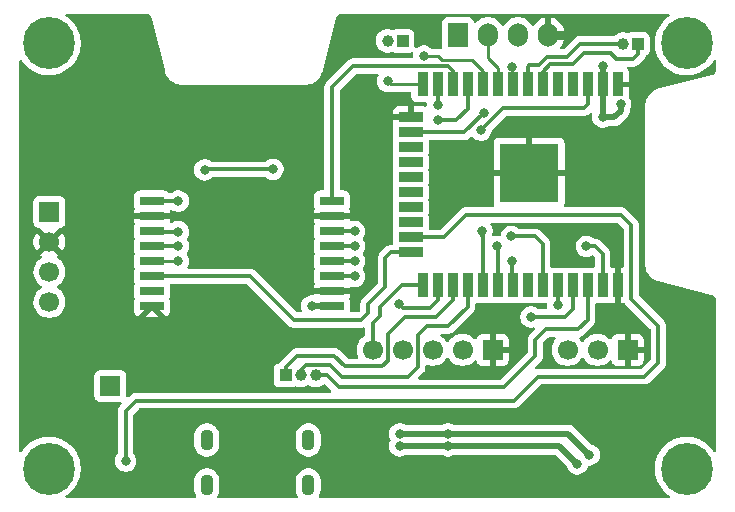
<source format=gtl>
%TF.GenerationSoftware,KiCad,Pcbnew,9.0.2*%
%TF.CreationDate,2025-06-17T20:14:42+02:00*%
%TF.ProjectId,elrs_tx_full,656c7273-5f74-4785-9f66-756c6c2e6b69,rev?*%
%TF.SameCoordinates,Original*%
%TF.FileFunction,Copper,L1,Top*%
%TF.FilePolarity,Positive*%
%FSLAX46Y46*%
G04 Gerber Fmt 4.6, Leading zero omitted, Abs format (unit mm)*
G04 Created by KiCad (PCBNEW 9.0.2) date 2025-06-17 20:14:42*
%MOMM*%
%LPD*%
G01*
G04 APERTURE LIST*
%TA.AperFunction,ComponentPad*%
%ADD10R,1.700000X1.700000*%
%TD*%
%TA.AperFunction,ComponentPad*%
%ADD11C,1.700000*%
%TD*%
%TA.AperFunction,ComponentPad*%
%ADD12R,1.000000X1.000000*%
%TD*%
%TA.AperFunction,ComponentPad*%
%ADD13C,1.000000*%
%TD*%
%TA.AperFunction,ComponentPad*%
%ADD14C,4.400000*%
%TD*%
%TA.AperFunction,SMDPad,CuDef*%
%ADD15R,2.000000X0.800000*%
%TD*%
%TA.AperFunction,SMDPad,CuDef*%
%ADD16R,0.900000X2.000000*%
%TD*%
%TA.AperFunction,SMDPad,CuDef*%
%ADD17R,2.000000X0.900000*%
%TD*%
%TA.AperFunction,ComponentPad*%
%ADD18R,5.000000X5.000000*%
%TD*%
%TA.AperFunction,HeatsinkPad*%
%ADD19O,1.100000X1.800000*%
%TD*%
%TA.AperFunction,ComponentPad*%
%ADD20R,1.700000X2.000000*%
%TD*%
%TA.AperFunction,ComponentPad*%
%ADD21O,1.700000X2.000000*%
%TD*%
%TA.AperFunction,ViaPad*%
%ADD22C,0.800000*%
%TD*%
%TA.AperFunction,Conductor*%
%ADD23C,0.500000*%
%TD*%
%TA.AperFunction,Conductor*%
%ADD24C,0.300000*%
%TD*%
%TA.AperFunction,Conductor*%
%ADD25C,0.750000*%
%TD*%
%TA.AperFunction,Conductor*%
%ADD26C,0.250000*%
%TD*%
G04 APERTURE END LIST*
D10*
%TO.P,J8,1,Pin_1*%
%TO.N,GND*%
X120576000Y-68956000D03*
D11*
%TO.P,J8,2,Pin_2*%
%TO.N,+3.3V*%
X118036000Y-68956000D03*
%TO.P,J8,3,Pin_3*%
%TO.N,/ESP32_TX*%
X115496000Y-68956000D03*
%TO.P,J8,4,Pin_4*%
%TO.N,/ESP32_RX*%
X112956000Y-68956000D03*
%TO.P,J8,5,Pin_5*%
%TO.N,/ESP32_BOOT0*%
X110416000Y-68956000D03*
%TD*%
D12*
%TO.P,J10,1,Pin_1*%
%TO.N,/IO16*%
X103050000Y-71115000D03*
D13*
%TO.P,J10,2,Pin_2*%
%TO.N,/IO17*%
X104320000Y-71115000D03*
%TO.P,J10,3,Pin_3*%
%TO.N,/IO22*%
X105590000Y-71115000D03*
%TD*%
D14*
%TO.P,H2,1*%
%TO.N,N/C*%
X83000000Y-79000000D03*
%TD*%
D15*
%TO.P,U1,1,VCC*%
%TO.N,+3.3V*%
X106974800Y-65247600D03*
%TO.P,U1,2,GND*%
%TO.N,GND*%
X106974800Y-63977600D03*
%TO.P,U1,3,MISO_TX*%
%TO.N,/E28_MISO_TX*%
X106974800Y-62707600D03*
%TO.P,U1,4,MOSI_RX*%
%TO.N,/E28_MISO_RX*%
X106974800Y-61437600D03*
%TO.P,U1,5,SCK_RTS*%
%TO.N,/E28_SCK_RTS*%
X106974800Y-60167600D03*
%TO.P,U1,6,NSS_CTS*%
%TO.N,/E28_NSS_CTS*%
X106974800Y-58897600D03*
%TO.P,U1,7,GND*%
%TO.N,GND*%
X106974800Y-57627600D03*
%TO.P,U1,8,RX_EN*%
%TO.N,/E28_RX_EN*%
X106974800Y-56357600D03*
%TO.P,U1,9,TX_EN*%
%TO.N,/E28_TX_EN*%
X91734800Y-56357600D03*
%TO.P,U1,10,GND*%
%TO.N,GND*%
X91734800Y-57627600D03*
%TO.P,U1,11,NRESET*%
%TO.N,/E28_NRESET*%
X91734800Y-58897600D03*
%TO.P,U1,12,BUSY*%
%TO.N,/E28_BUSY*%
X91734800Y-60167600D03*
%TO.P,U1,13,DIO1*%
%TO.N,/E28_DIO1*%
X91734800Y-61437600D03*
%TO.P,U1,14,DIO2*%
%TO.N,/E28_DIO2*%
X91734800Y-62707600D03*
%TO.P,U1,15,DIO3*%
%TO.N,unconnected-(U1-DIO3-Pad15)*%
X91734800Y-63977600D03*
%TO.P,U1,16,GND*%
%TO.N,GND*%
X91734800Y-65247600D03*
%TD*%
D14*
%TO.P,H1,1*%
%TO.N,N/C*%
X83000000Y-43000000D03*
%TD*%
%TO.P,H4,1*%
%TO.N,N/C*%
X137000000Y-79000000D03*
%TD*%
D10*
%TO.P,J6,1,Pin_1*%
%TO.N,GND*%
X132006000Y-68956000D03*
D11*
%TO.P,J6,2,Pin_2*%
%TO.N,+BATT*%
X129466000Y-68956000D03*
%TO.P,J6,3,Pin_3*%
%TO.N,/CRSF_RX_TX*%
X126926000Y-68956000D03*
%TD*%
D12*
%TO.P,J9,1,Pin_1*%
%TO.N,/IO25*%
X112956000Y-42794000D03*
D13*
%TO.P,J9,2,Pin_2*%
%TO.N,/IO12*%
X111686000Y-42794000D03*
%TD*%
D16*
%TO.P,U2,1,GND*%
%TO.N,GND*%
X131165000Y-46486000D03*
%TO.P,U2,2,VDD*%
%TO.N,+3.3V*%
X129895000Y-46486000D03*
%TO.P,U2,3,EN*%
%TO.N,/EN*%
X128625000Y-46486000D03*
%TO.P,U2,4,SENSOR_VP*%
%TO.N,unconnected-(U2-SENSOR_VP-Pad4)*%
X127355000Y-46486000D03*
%TO.P,U2,5,SENSOR_VN*%
%TO.N,unconnected-(U2-SENSOR_VN-Pad5)*%
X126085000Y-46486000D03*
%TO.P,U2,6,IO34*%
%TO.N,/IO34*%
X124815000Y-46486000D03*
%TO.P,U2,7,IO35*%
%TO.N,/IO35*%
X123545000Y-46486000D03*
%TO.P,U2,8,IO32*%
%TO.N,/OLED_SDA*%
X122275000Y-46486000D03*
%TO.P,U2,9,IO33*%
%TO.N,/OLED_SCK*%
X121005000Y-46486000D03*
%TO.P,U2,10,IO25*%
%TO.N,/IO25*%
X119735000Y-46486000D03*
%TO.P,U2,11,IO26*%
%TO.N,/E28_TX_EN*%
X118465000Y-46486000D03*
%TO.P,U2,12,IO27*%
%TO.N,/E28_RX_EN*%
X117195000Y-46486000D03*
%TO.P,U2,13,IO14*%
%TO.N,/E28_NRESET*%
X115925000Y-46486000D03*
%TO.P,U2,14,IO12*%
%TO.N,/IO12*%
X114655000Y-46486000D03*
D17*
%TO.P,U2,15,GND*%
%TO.N,GND*%
X113655000Y-49271000D03*
%TO.P,U2,16,IO13*%
%TO.N,/CRSF_RX_TX*%
X113655000Y-50541000D03*
%TO.P,U2,17,SHD/SD2*%
%TO.N,unconnected-(U2-SHD{slash}SD2-Pad17)*%
X113655000Y-51811000D03*
%TO.P,U2,18,SWP/SD3*%
%TO.N,unconnected-(U2-SWP{slash}SD3-Pad18)*%
X113655000Y-53081000D03*
%TO.P,U2,19,SCS/CMD*%
%TO.N,unconnected-(U2-SCS{slash}CMD-Pad19)*%
X113655000Y-54351000D03*
%TO.P,U2,20,SCK/CLK*%
%TO.N,unconnected-(U2-SCK{slash}CLK-Pad20)*%
X113655000Y-55621000D03*
%TO.P,U2,21,SDO/SD0*%
%TO.N,unconnected-(U2-SDO{slash}SD0-Pad21)*%
X113655000Y-56891000D03*
%TO.P,U2,22,SDI/SD1*%
%TO.N,unconnected-(U2-SDI{slash}SD1-Pad22)*%
X113655000Y-58161000D03*
%TO.P,U2,23,IO15*%
%TO.N,/LED_RGB*%
X113655000Y-59431000D03*
%TO.P,U2,24,IO2*%
%TO.N,/E28_DIO2*%
X113655000Y-60701000D03*
D16*
%TO.P,U2,25,IO0*%
%TO.N,/ESP32_BOOT0*%
X114655000Y-63486000D03*
%TO.P,U2,26,IO4*%
%TO.N,/E28_DIO1*%
X115925000Y-63486000D03*
%TO.P,U2,27,IO16*%
%TO.N,/IO16*%
X117195000Y-63486000D03*
%TO.P,U2,28,IO17*%
%TO.N,/IO17*%
X118465000Y-63486000D03*
%TO.P,U2,29,IO5*%
%TO.N,/E28_NSS_CTS*%
X119735000Y-63486000D03*
%TO.P,U2,30,IO18*%
%TO.N,/E28_SCK_RTS*%
X121005000Y-63486000D03*
%TO.P,U2,31,IO19*%
%TO.N,/E28_MISO_RX*%
X122275000Y-63486000D03*
%TO.P,U2,32,NC*%
%TO.N,unconnected-(U2-NC-Pad32)*%
X123545000Y-63486000D03*
%TO.P,U2,33,IO21*%
%TO.N,/E28_BUSY*%
X124815000Y-63486000D03*
%TO.P,U2,34,RXD0/IO3*%
%TO.N,/ESP32_RX*%
X126085000Y-63486000D03*
%TO.P,U2,35,TXD0/IO1*%
%TO.N,/ESP32_TX*%
X127355000Y-63486000D03*
%TO.P,U2,36,IO22*%
%TO.N,/IO22*%
X128625000Y-63486000D03*
%TO.P,U2,37,IO23*%
%TO.N,/E28_MISO_TX*%
X129895000Y-63486000D03*
%TO.P,U2,38,GND*%
%TO.N,GND*%
X131165000Y-63486000D03*
D18*
%TO.P,U2,39,GND*%
X123665000Y-53986000D03*
%TD*%
D14*
%TO.P,H3,1*%
%TO.N,N/C*%
X137000000Y-43000000D03*
%TD*%
D12*
%TO.P,J7,1,Pin_1*%
%TO.N,/IO34*%
X132895000Y-43048000D03*
D13*
%TO.P,J7,2,Pin_2*%
%TO.N,/IO35*%
X131625000Y-43048000D03*
%TD*%
D19*
%TO.P,P1,S1,SHIELD*%
%TO.N,unconnected-(P1-SHIELD-PadS1)*%
X104980400Y-80386000D03*
%TO.N,unconnected-(P1-SHIELD-PadS1)_2*%
X104980400Y-76586000D03*
%TO.N,unconnected-(P1-SHIELD-PadS1)_1*%
X96380400Y-80386000D03*
%TO.N,unconnected-(P1-SHIELD-PadS1)_3*%
X96380400Y-76586000D03*
%TD*%
D20*
%TO.P,J5,4,Pin_4*%
%TO.N,/OLED_SDA*%
X117642800Y-42286000D03*
D21*
%TO.P,J5,3,Pin_3*%
%TO.N,/OLED_SCK*%
X120182800Y-42286000D03*
%TO.P,J5,2,Pin_2*%
%TO.N,+3.3V*%
X122722800Y-42286000D03*
%TO.P,J5,1,Pin_1*%
%TO.N,GND*%
X125262800Y-42286000D03*
%TD*%
D10*
%TO.P,J1,1,Pin_1*%
%TO.N,Net-(D1-DOUT)*%
X88216400Y-72004000D03*
%TD*%
%TO.P,J4,1,Pin_1*%
%TO.N,+3.3V*%
X83048000Y-57272000D03*
D11*
%TO.P,J4,2,Pin_2*%
%TO.N,GND*%
X83048000Y-59812000D03*
%TO.P,J4,3,Pin_3*%
%TO.N,+BATT*%
X83048000Y-62352000D03*
%TO.P,J4,4,Pin_4*%
%TO.N,Net-(J4-Pin_4)*%
X83048000Y-64892000D03*
%TD*%
D22*
%TO.N,+3.3V*%
X129897800Y-44902200D03*
X131421800Y-48153400D03*
%TO.N,GND*%
X123624000Y-73578800D03*
X109857200Y-52344400D03*
X89588000Y-69718000D03*
X96700000Y-70988000D03*
X93499600Y-78199400D03*
%TO.N,/LED_RGB*%
X89511800Y-78379400D03*
%TO.N,GND*%
X99087600Y-48280400D03*
%TO.N,/EN*%
X96192000Y-53716000D03*
X101983200Y-53665200D03*
X119598100Y-50350500D03*
%TO.N,/OLED_SDA*%
X122252400Y-44978400D03*
%TO.N,/ESP32_RX*%
X126101000Y-65196800D03*
%TO.N,/ESP32_TX*%
X123815000Y-66162000D03*
%TO.N,+3.3V*%
X116800000Y-77084000D03*
X127752000Y-78608000D03*
X112702000Y-77084000D03*
X105247600Y-65247600D03*
X129885600Y-49245600D03*
X128768000Y-77846000D03*
X116800000Y-76068000D03*
X112702000Y-76068000D03*
%TO.N,GND*%
X130850800Y-76169600D03*
X108384000Y-47874000D03*
X105336000Y-47874000D03*
X87366000Y-54478000D03*
X97970000Y-77947600D03*
X103430400Y-77921600D03*
X105196800Y-68397200D03*
%TO.N,/CRSF_RX_TX*%
X119864800Y-48864600D03*
%TO.N,/E28_MISO_RX*%
X108892000Y-61463000D03*
X122227000Y-61463000D03*
%TO.N,/E28_NSS_CTS*%
X108892000Y-58923000D03*
X119687000Y-58923000D03*
%TO.N,/E28_MISO_TX*%
X128514000Y-60193000D03*
X108892000Y-62733000D03*
%TO.N,/E28_NRESET*%
X115915600Y-48229600D03*
X93970000Y-58948400D03*
%TO.N,/E28_TX_EN*%
X93970000Y-56357600D03*
X115915600Y-49499600D03*
%TO.N,/IO25*%
X114734000Y-44076000D03*
%TO.N,/IO12*%
X111686000Y-46223000D03*
%TO.N,/E28_BUSY*%
X122164000Y-59354800D03*
X93970000Y-60193000D03*
%TO.N,/E28_SCK_RTS*%
X120957000Y-60193000D03*
X108892000Y-60193000D03*
%TO.N,/E28_DIO1*%
X112664400Y-65060169D03*
X93970000Y-61437600D03*
%TD*%
D23*
%TO.N,+3.3V*%
X129895000Y-44905000D02*
X129897800Y-44902200D01*
X129895000Y-46486000D02*
X129895000Y-44905000D01*
X130888400Y-49245600D02*
X129885600Y-49245600D01*
X131421800Y-48712200D02*
X130888400Y-49245600D01*
X131421800Y-48153400D02*
X131421800Y-48712200D01*
D24*
%TO.N,/LED_RGB*%
X116449000Y-59431000D02*
X113655000Y-59431000D01*
X118354000Y-57526000D02*
X116449000Y-59431000D01*
X131435000Y-57526000D02*
X118354000Y-57526000D01*
X132324000Y-64638000D02*
X132324000Y-58415000D01*
X134610000Y-66924000D02*
X132324000Y-64638000D01*
X134610000Y-70035000D02*
X134610000Y-66924000D01*
X124386000Y-71216600D02*
X133428400Y-71216600D01*
X90375400Y-73248600D02*
X122354000Y-73248600D01*
X89511800Y-74112200D02*
X90375400Y-73248600D01*
X122354000Y-73248600D02*
X124386000Y-71216600D01*
X133428400Y-71216600D02*
X134610000Y-70035000D01*
X132324000Y-58415000D02*
X131435000Y-57526000D01*
X89511800Y-78379400D02*
X89511800Y-74112200D01*
%TO.N,/EN*%
X128625000Y-48156200D02*
X128625000Y-46486000D01*
X128297600Y-48483600D02*
X128625000Y-48156200D01*
X121465000Y-48483600D02*
X128297600Y-48483600D01*
X119598100Y-50350500D02*
X121465000Y-48483600D01*
%TO.N,/CRSF_RX_TX*%
X118188400Y-50541000D02*
X113655000Y-50541000D01*
X119864800Y-48864600D02*
X118188400Y-50541000D01*
D23*
%TO.N,+3.3V*%
X112702000Y-76068000D02*
X116800000Y-76068000D01*
X112702000Y-77084000D02*
X116800000Y-77084000D01*
D24*
%TO.N,GND*%
X99087600Y-48280400D02*
X99290800Y-48483600D01*
%TO.N,/EN*%
X96242800Y-53665200D02*
X96192000Y-53716000D01*
X101983200Y-53665200D02*
X96242800Y-53665200D01*
D25*
%TO.N,GND*%
X125262800Y-42286000D02*
X127053000Y-42286000D01*
D26*
%TO.N,/OLED_SCK*%
X120195000Y-42298200D02*
X120182800Y-42286000D01*
X121005000Y-45051800D02*
X120195000Y-44241800D01*
X121005000Y-46486000D02*
X121005000Y-45051800D01*
X120195000Y-44241800D02*
X120195000Y-42298200D01*
%TO.N,/OLED_SDA*%
X122252400Y-46463400D02*
X122275000Y-46486000D01*
X122252400Y-44978400D02*
X122252400Y-46463400D01*
D24*
%TO.N,/ESP32_BOOT0*%
X111038800Y-66060400D02*
X110416000Y-66683200D01*
X110416000Y-66683200D02*
X110416000Y-68956000D01*
X114655000Y-63486000D02*
X112902000Y-63486000D01*
X111038800Y-65349200D02*
X111038800Y-66060400D01*
X112902000Y-63486000D02*
X111038800Y-65349200D01*
%TO.N,/ESP32_RX*%
X126085000Y-63486000D02*
X126085000Y-65003000D01*
D26*
X126085000Y-65003000D02*
X126101000Y-65019000D01*
X126101000Y-65019000D02*
X126101000Y-65196800D01*
D24*
%TO.N,/ESP32_TX*%
X127355000Y-65492200D02*
X126685200Y-66162000D01*
X126685200Y-66162000D02*
X123815000Y-66162000D01*
X127355000Y-63486000D02*
X127355000Y-65492200D01*
D23*
%TO.N,+3.3V*%
X126228000Y-77084000D02*
X127752000Y-78608000D01*
X129895000Y-48271000D02*
X129895000Y-46486000D01*
X126990000Y-76068000D02*
X128768000Y-77846000D01*
X122735000Y-42298200D02*
X122735000Y-42755400D01*
X116800000Y-76068000D02*
X126990000Y-76068000D01*
X106974800Y-65247600D02*
X105247600Y-65247600D01*
X129885600Y-48280400D02*
X129895000Y-48271000D01*
X116800000Y-77084000D02*
X126228000Y-77084000D01*
X129885600Y-49245600D02*
X129885600Y-48280400D01*
X122722800Y-42286000D02*
X122735000Y-42298200D01*
%TO.N,GND*%
X96172400Y-57627600D02*
X96200000Y-57600000D01*
X106987000Y-64003000D02*
X108892000Y-64003000D01*
X106974800Y-57627600D02*
X104434800Y-57627600D01*
X106987000Y-57653000D02*
X108892000Y-57653000D01*
X105273000Y-64003000D02*
X104384000Y-63114000D01*
X104434800Y-57627600D02*
X104333200Y-57729200D01*
X91747000Y-57653000D02*
X89677400Y-57653000D01*
X89677400Y-57653000D02*
X89652000Y-57627600D01*
X106987000Y-64003000D02*
X105273000Y-64003000D01*
X91734800Y-57627600D02*
X96172400Y-57627600D01*
D24*
%TO.N,/CRSF_RX_TX*%
X126939200Y-68956000D02*
X126926000Y-68956000D01*
%TO.N,/E28_MISO_RX*%
X122227000Y-63438000D02*
X122275000Y-63486000D01*
X122227000Y-61463000D02*
X122227000Y-63438000D01*
X106987000Y-61463000D02*
X108892000Y-61463000D01*
%TO.N,/IO35*%
X123545000Y-46486000D02*
X123545000Y-45019800D01*
X124500800Y-44876800D02*
X125212000Y-44165600D01*
X123688000Y-44876800D02*
X124500800Y-44876800D01*
X127955200Y-43048000D02*
X131625000Y-43048000D01*
X126837600Y-44165600D02*
X127955200Y-43048000D01*
X123545000Y-45019800D02*
X123688000Y-44876800D01*
X125212000Y-44165600D02*
X126837600Y-44165600D01*
%TO.N,/E28_NSS_CTS*%
X119687000Y-58923000D02*
X119687000Y-59304000D01*
X119687000Y-59304000D02*
X119735000Y-59352000D01*
X119735000Y-59352000D02*
X119735000Y-63486000D01*
X106987000Y-58923000D02*
X108892000Y-58923000D01*
%TO.N,/E28_MISO_TX*%
X106987000Y-62733000D02*
X108892000Y-62733000D01*
X129250600Y-60193000D02*
X129895000Y-60837400D01*
X129895000Y-60837400D02*
X129895000Y-63486000D01*
X128514000Y-60193000D02*
X129250600Y-60193000D01*
%TO.N,/E28_RX_EN*%
X117195000Y-45305800D02*
X117195000Y-46486000D01*
X106987000Y-56383000D02*
X106987000Y-46731000D01*
X108790400Y-44927600D02*
X116816800Y-44927600D01*
X116816800Y-44927600D02*
X117195000Y-45305800D01*
X106987000Y-46731000D02*
X108790400Y-44927600D01*
%TO.N,/E28_NRESET*%
X115925000Y-46486000D02*
X115925000Y-48220200D01*
X115925000Y-48220200D02*
X115915600Y-48229600D01*
X93970000Y-58948400D02*
X91772400Y-58948400D01*
X91772400Y-58948400D02*
X91747000Y-58923000D01*
%TO.N,/IO34*%
X124815000Y-45426200D02*
X125466000Y-44775200D01*
X128310800Y-43860800D02*
X130596800Y-43860800D01*
X130596800Y-43860800D02*
X131054000Y-44318000D01*
X131054000Y-44318000D02*
X132476400Y-44318000D01*
X132476400Y-44318000D02*
X132895000Y-43899400D01*
X125466000Y-44775200D02*
X127396400Y-44775200D01*
X132895000Y-43899400D02*
X132895000Y-43048000D01*
X124815000Y-46486000D02*
X124815000Y-45426200D01*
X127396400Y-44775200D02*
X128310800Y-43860800D01*
%TO.N,/E28_DIO2*%
X103723600Y-66416000D02*
X100040600Y-62733000D01*
X110022800Y-65857200D02*
X109464000Y-66416000D01*
X100040600Y-62733000D02*
X91747000Y-62733000D01*
X110022800Y-65095200D02*
X110022800Y-65857200D01*
X109464000Y-66416000D02*
X103723600Y-66416000D01*
X111496000Y-61209000D02*
X111496000Y-63622000D01*
X113655000Y-60701000D02*
X112004000Y-60701000D01*
X112004000Y-60701000D02*
X111496000Y-61209000D01*
X111496000Y-63622000D02*
X110022800Y-65095200D01*
%TO.N,/E28_TX_EN*%
X117541200Y-49448800D02*
X117490400Y-49499600D01*
X118465000Y-48525000D02*
X117541200Y-49448800D01*
X117490400Y-49499600D02*
X115915600Y-49499600D01*
X93970000Y-56357600D02*
X91772400Y-56357600D01*
X91772400Y-56357600D02*
X91747000Y-56383000D01*
X118465000Y-46486000D02*
X118465000Y-48525000D01*
D26*
%TO.N,/IO25*%
X118848800Y-44419600D02*
X119735000Y-45305800D01*
X116258000Y-44419600D02*
X118848800Y-44419600D01*
X115914400Y-44076000D02*
X116258000Y-44419600D01*
X119735000Y-45305800D02*
X119735000Y-46486000D01*
X114734000Y-44076000D02*
X115914400Y-44076000D01*
%TO.N,/IO12*%
X111949000Y-46486000D02*
X111686000Y-46223000D01*
X114655000Y-46486000D02*
X111949000Y-46486000D01*
D24*
%TO.N,/E28_BUSY*%
X122164000Y-59354800D02*
X124196000Y-59354800D01*
X124815000Y-59973800D02*
X124815000Y-63486000D01*
X124196000Y-59354800D02*
X124815000Y-59973800D01*
X93970000Y-60193000D02*
X91747000Y-60193000D01*
%TO.N,/IO22*%
X125059600Y-67228800D02*
X124196000Y-68092400D01*
X106543000Y-71115000D02*
X105590000Y-71115000D01*
X128625000Y-63486000D02*
X128625000Y-66406600D01*
X121529000Y-72131000D02*
X107559000Y-72131000D01*
X107559000Y-72131000D02*
X106543000Y-71115000D01*
X124196000Y-69464000D02*
X121529000Y-72131000D01*
X128625000Y-66406600D02*
X127802800Y-67228800D01*
X127802800Y-67228800D02*
X125059600Y-67228800D01*
X124196000Y-68092400D02*
X124196000Y-69464000D01*
%TO.N,/E28_SCK_RTS*%
X120957000Y-60193000D02*
X121005000Y-60241000D01*
X106987000Y-60193000D02*
X108892000Y-60193000D01*
X121005000Y-60241000D02*
X121005000Y-63486000D01*
%TO.N,/IO17*%
X114239200Y-70403800D02*
X114239200Y-67736800D01*
X104765000Y-70226000D02*
X106797000Y-70226000D01*
X118465000Y-65289000D02*
X118465000Y-63486000D01*
X115052000Y-66924000D02*
X116830000Y-66924000D01*
X104320000Y-71115000D02*
X104320000Y-70671000D01*
X114239200Y-67736800D02*
X115052000Y-66924000D01*
X116830000Y-66924000D02*
X118465000Y-65289000D01*
X104320000Y-70671000D02*
X104765000Y-70226000D01*
X106797000Y-70226000D02*
X107813000Y-71242000D01*
X113401000Y-71242000D02*
X114239200Y-70403800D01*
X107813000Y-71242000D02*
X113401000Y-71242000D01*
%TO.N,/E28_DIO1*%
X115261000Y-65400000D02*
X115925000Y-64736000D01*
X113004231Y-65400000D02*
X115261000Y-65400000D01*
D26*
X91772400Y-61437600D02*
X91747000Y-61463000D01*
D24*
X115925000Y-64736000D02*
X115925000Y-63486000D01*
X112664400Y-65060169D02*
X113004231Y-65400000D01*
D26*
X93970000Y-61437600D02*
X91772400Y-61437600D01*
D24*
%TO.N,/IO16*%
X111242000Y-70353000D02*
X108067000Y-70353000D01*
X104003000Y-69464000D02*
X103050000Y-70417000D01*
X117195000Y-64736000D02*
X115769000Y-66162000D01*
X117195000Y-63486000D02*
X117195000Y-64736000D01*
X111699200Y-67584400D02*
X111699200Y-69895800D01*
X111699200Y-69895800D02*
X111242000Y-70353000D01*
X115769000Y-66162000D02*
X113121600Y-66162000D01*
X113121600Y-66162000D02*
X111699200Y-67584400D01*
X108067000Y-70353000D02*
X107178000Y-69464000D01*
X103050000Y-70417000D02*
X103050000Y-71115000D01*
X107178000Y-69464000D02*
X104003000Y-69464000D01*
%TD*%
%TA.AperFunction,Conductor*%
%TO.N,GND*%
G36*
X124223327Y-64967338D02*
G01*
X124257517Y-64980091D01*
X124317127Y-64986500D01*
X125076500Y-64986499D01*
X125143539Y-65006183D01*
X125189294Y-65058987D01*
X125200500Y-65110499D01*
X125200500Y-65285495D01*
X125215978Y-65363309D01*
X125209751Y-65432901D01*
X125166887Y-65488078D01*
X125100998Y-65511322D01*
X125094361Y-65511500D01*
X124489362Y-65511500D01*
X124422323Y-65491815D01*
X124401681Y-65475181D01*
X124389038Y-65462538D01*
X124389034Y-65462535D01*
X124241553Y-65363990D01*
X124241540Y-65363983D01*
X124077667Y-65296106D01*
X124077658Y-65296103D01*
X123903694Y-65261500D01*
X123903691Y-65261500D01*
X123726309Y-65261500D01*
X123726306Y-65261500D01*
X123552341Y-65296103D01*
X123552332Y-65296106D01*
X123388459Y-65363983D01*
X123388446Y-65363990D01*
X123240965Y-65462535D01*
X123240961Y-65462538D01*
X123115538Y-65587961D01*
X123115535Y-65587965D01*
X123016990Y-65735446D01*
X123016983Y-65735459D01*
X122949106Y-65899332D01*
X122949103Y-65899341D01*
X122914500Y-66073304D01*
X122914500Y-66250695D01*
X122949103Y-66424658D01*
X122949106Y-66424667D01*
X123016983Y-66588540D01*
X123016990Y-66588553D01*
X123115535Y-66736034D01*
X123115538Y-66736038D01*
X123240961Y-66861461D01*
X123240965Y-66861464D01*
X123388446Y-66960009D01*
X123388459Y-66960016D01*
X123466802Y-66992466D01*
X123552334Y-67027894D01*
X123552336Y-67027894D01*
X123552341Y-67027896D01*
X123726304Y-67062499D01*
X123726307Y-67062500D01*
X123726309Y-67062500D01*
X123903693Y-67062500D01*
X124004917Y-67042365D01*
X124074509Y-67048592D01*
X124129686Y-67091455D01*
X124152931Y-67157345D01*
X124136863Y-67225342D01*
X124116790Y-67251663D01*
X123690727Y-67677725D01*
X123690726Y-67677726D01*
X123678261Y-67696382D01*
X123653075Y-67734077D01*
X123626304Y-67774143D01*
X123626301Y-67774147D01*
X123619537Y-67784268D01*
X123619533Y-67784275D01*
X123570499Y-67902655D01*
X123570497Y-67902661D01*
X123545500Y-68028328D01*
X123545500Y-69143192D01*
X123525815Y-69210231D01*
X123509181Y-69230873D01*
X121295873Y-71444181D01*
X121234550Y-71477666D01*
X121208192Y-71480500D01*
X114381808Y-71480500D01*
X114314769Y-71460815D01*
X114269014Y-71408011D01*
X114259070Y-71338853D01*
X114288095Y-71275297D01*
X114294127Y-71268819D01*
X114744473Y-70818473D01*
X114744477Y-70818469D01*
X114815665Y-70711927D01*
X114836966Y-70660501D01*
X114864701Y-70593544D01*
X114879527Y-70519011D01*
X114889700Y-70467871D01*
X114889700Y-70349671D01*
X114909385Y-70282632D01*
X114962189Y-70236877D01*
X115031347Y-70226933D01*
X115052005Y-70231736D01*
X115179757Y-70273246D01*
X115389713Y-70306500D01*
X115389714Y-70306500D01*
X115602286Y-70306500D01*
X115602287Y-70306500D01*
X115812243Y-70273246D01*
X116014412Y-70207557D01*
X116203816Y-70111051D01*
X116290471Y-70048093D01*
X116375786Y-69986109D01*
X116375788Y-69986106D01*
X116375792Y-69986104D01*
X116526104Y-69835792D01*
X116526106Y-69835788D01*
X116526109Y-69835786D01*
X116651048Y-69663820D01*
X116651047Y-69663820D01*
X116651051Y-69663816D01*
X116655514Y-69655054D01*
X116703488Y-69604259D01*
X116771308Y-69587463D01*
X116837444Y-69609999D01*
X116876486Y-69655056D01*
X116880951Y-69663820D01*
X117005890Y-69835786D01*
X117156213Y-69986109D01*
X117328179Y-70111048D01*
X117328181Y-70111049D01*
X117328184Y-70111051D01*
X117517588Y-70207557D01*
X117719757Y-70273246D01*
X117929713Y-70306500D01*
X117929714Y-70306500D01*
X118142286Y-70306500D01*
X118142287Y-70306500D01*
X118352243Y-70273246D01*
X118554412Y-70207557D01*
X118743816Y-70111051D01*
X118830478Y-70048088D01*
X118915784Y-69986110D01*
X118915784Y-69986109D01*
X118915792Y-69986104D01*
X119029717Y-69872178D01*
X119091036Y-69838696D01*
X119160728Y-69843680D01*
X119216662Y-69885551D01*
X119233577Y-69916528D01*
X119282646Y-70048088D01*
X119282649Y-70048093D01*
X119368809Y-70163187D01*
X119368812Y-70163190D01*
X119483906Y-70249350D01*
X119483913Y-70249354D01*
X119618620Y-70299596D01*
X119618627Y-70299598D01*
X119678155Y-70305999D01*
X119678172Y-70306000D01*
X120326000Y-70306000D01*
X120326000Y-69389012D01*
X120383007Y-69421925D01*
X120510174Y-69456000D01*
X120641826Y-69456000D01*
X120768993Y-69421925D01*
X120826000Y-69389012D01*
X120826000Y-70306000D01*
X121473828Y-70306000D01*
X121473844Y-70305999D01*
X121533372Y-70299598D01*
X121533379Y-70299596D01*
X121668086Y-70249354D01*
X121668093Y-70249350D01*
X121783187Y-70163190D01*
X121783190Y-70163187D01*
X121869350Y-70048093D01*
X121869354Y-70048086D01*
X121919596Y-69913379D01*
X121919598Y-69913372D01*
X121925999Y-69853844D01*
X121926000Y-69853827D01*
X121926000Y-69206000D01*
X121009012Y-69206000D01*
X121041925Y-69148993D01*
X121076000Y-69021826D01*
X121076000Y-68890174D01*
X121041925Y-68763007D01*
X121009012Y-68706000D01*
X121926000Y-68706000D01*
X121926000Y-68058172D01*
X121925999Y-68058155D01*
X121919598Y-67998627D01*
X121919596Y-67998620D01*
X121869354Y-67863913D01*
X121869350Y-67863906D01*
X121783190Y-67748812D01*
X121783187Y-67748809D01*
X121668093Y-67662649D01*
X121668086Y-67662645D01*
X121533379Y-67612403D01*
X121533372Y-67612401D01*
X121473844Y-67606000D01*
X120826000Y-67606000D01*
X120826000Y-68522988D01*
X120768993Y-68490075D01*
X120641826Y-68456000D01*
X120510174Y-68456000D01*
X120383007Y-68490075D01*
X120326000Y-68522988D01*
X120326000Y-67606000D01*
X119678155Y-67606000D01*
X119618627Y-67612401D01*
X119618620Y-67612403D01*
X119483913Y-67662645D01*
X119483906Y-67662649D01*
X119368812Y-67748809D01*
X119368809Y-67748812D01*
X119282649Y-67863906D01*
X119282646Y-67863912D01*
X119233577Y-67995471D01*
X119191705Y-68051404D01*
X119126241Y-68075821D01*
X119057968Y-68060969D01*
X119029714Y-68039818D01*
X118915786Y-67925890D01*
X118743820Y-67800951D01*
X118554414Y-67704444D01*
X118554413Y-67704443D01*
X118554412Y-67704443D01*
X118352243Y-67638754D01*
X118352241Y-67638753D01*
X118352240Y-67638753D01*
X118190957Y-67613208D01*
X118142287Y-67605500D01*
X117929713Y-67605500D01*
X117881042Y-67613208D01*
X117719760Y-67638753D01*
X117517585Y-67704444D01*
X117328179Y-67800951D01*
X117156213Y-67925890D01*
X117005890Y-68076213D01*
X116880949Y-68248182D01*
X116876484Y-68256946D01*
X116828509Y-68307742D01*
X116760688Y-68324536D01*
X116694553Y-68301998D01*
X116655516Y-68256946D01*
X116651050Y-68248182D01*
X116526109Y-68076213D01*
X116375790Y-67925894D01*
X116375785Y-67925890D01*
X116200884Y-67798818D01*
X116158218Y-67743489D01*
X116152239Y-67673875D01*
X116184844Y-67612080D01*
X116245683Y-67577723D01*
X116273769Y-67574500D01*
X116894071Y-67574500D01*
X116978615Y-67557682D01*
X117019744Y-67549501D01*
X117138127Y-67500465D01*
X117244669Y-67429277D01*
X118970276Y-65703669D01*
X119041465Y-65597127D01*
X119090501Y-65478744D01*
X119095835Y-65451928D01*
X119115500Y-65353069D01*
X119115500Y-65110499D01*
X119135185Y-65043460D01*
X119187989Y-64997705D01*
X119239495Y-64986499D01*
X120232872Y-64986499D01*
X120292483Y-64980091D01*
X120326667Y-64967340D01*
X120396358Y-64962357D01*
X120413327Y-64967338D01*
X120447517Y-64980091D01*
X120507127Y-64986500D01*
X121502872Y-64986499D01*
X121562483Y-64980091D01*
X121596667Y-64967340D01*
X121666358Y-64962357D01*
X121683327Y-64967338D01*
X121717517Y-64980091D01*
X121777127Y-64986500D01*
X122772872Y-64986499D01*
X122832483Y-64980091D01*
X122866667Y-64967340D01*
X122936358Y-64962357D01*
X122953327Y-64967338D01*
X122987517Y-64980091D01*
X123047127Y-64986500D01*
X124042872Y-64986499D01*
X124102483Y-64980091D01*
X124136667Y-64967340D01*
X124206358Y-64962357D01*
X124223327Y-64967338D01*
G37*
%TD.AperFunction*%
%TA.AperFunction,Conductor*%
G36*
X131181231Y-58196185D02*
G01*
X131201873Y-58212819D01*
X131637181Y-58648127D01*
X131670666Y-58709450D01*
X131673500Y-58735808D01*
X131673500Y-61862000D01*
X131653815Y-61929039D01*
X131601011Y-61974794D01*
X131549500Y-61986000D01*
X131415000Y-61986000D01*
X131415000Y-64986000D01*
X131662828Y-64986000D01*
X131662841Y-64985999D01*
X131692065Y-64982857D01*
X131760825Y-64995261D01*
X131808424Y-65037255D01*
X131818724Y-65052671D01*
X131818727Y-65052674D01*
X133923181Y-67157126D01*
X133956666Y-67218449D01*
X133959500Y-67244807D01*
X133959500Y-69714192D01*
X133939815Y-69781231D01*
X133923181Y-69801873D01*
X133400920Y-70324133D01*
X133374133Y-70350920D01*
X133195273Y-70529781D01*
X133133950Y-70563266D01*
X133107592Y-70566100D01*
X124315839Y-70566100D01*
X124315839Y-70564042D01*
X124256414Y-70552764D01*
X124205710Y-70504692D01*
X124189045Y-70436839D01*
X124211710Y-70370747D01*
X124225240Y-70354706D01*
X124701272Y-69878674D01*
X124701277Y-69878669D01*
X124772466Y-69772126D01*
X124821501Y-69653743D01*
X124828148Y-69620330D01*
X124846500Y-69528069D01*
X124846500Y-68413208D01*
X124866185Y-68346169D01*
X124882819Y-68325527D01*
X125292727Y-67915619D01*
X125354050Y-67882134D01*
X125380408Y-67879300D01*
X125795594Y-67879300D01*
X125862633Y-67898985D01*
X125908388Y-67951789D01*
X125918332Y-68020947D01*
X125895912Y-68076185D01*
X125770951Y-68248180D01*
X125674444Y-68437585D01*
X125608753Y-68639760D01*
X125575500Y-68849713D01*
X125575500Y-69062286D01*
X125608753Y-69272239D01*
X125674444Y-69474414D01*
X125770951Y-69663820D01*
X125895890Y-69835786D01*
X126046213Y-69986109D01*
X126218179Y-70111048D01*
X126218181Y-70111049D01*
X126218184Y-70111051D01*
X126407588Y-70207557D01*
X126609757Y-70273246D01*
X126819713Y-70306500D01*
X126819714Y-70306500D01*
X127032286Y-70306500D01*
X127032287Y-70306500D01*
X127242243Y-70273246D01*
X127444412Y-70207557D01*
X127633816Y-70111051D01*
X127720471Y-70048093D01*
X127805786Y-69986109D01*
X127805788Y-69986106D01*
X127805792Y-69986104D01*
X127956104Y-69835792D01*
X127956106Y-69835788D01*
X127956109Y-69835786D01*
X128081048Y-69663820D01*
X128081047Y-69663820D01*
X128081051Y-69663816D01*
X128085514Y-69655054D01*
X128133488Y-69604259D01*
X128201308Y-69587463D01*
X128267444Y-69609999D01*
X128306486Y-69655056D01*
X128310951Y-69663820D01*
X128435890Y-69835786D01*
X128586213Y-69986109D01*
X128758179Y-70111048D01*
X128758181Y-70111049D01*
X128758184Y-70111051D01*
X128947588Y-70207557D01*
X129149757Y-70273246D01*
X129359713Y-70306500D01*
X129359714Y-70306500D01*
X129572286Y-70306500D01*
X129572287Y-70306500D01*
X129782243Y-70273246D01*
X129984412Y-70207557D01*
X130173816Y-70111051D01*
X130260478Y-70048088D01*
X130345784Y-69986110D01*
X130345784Y-69986109D01*
X130345792Y-69986104D01*
X130459717Y-69872178D01*
X130521036Y-69838696D01*
X130590728Y-69843680D01*
X130646662Y-69885551D01*
X130663577Y-69916528D01*
X130712646Y-70048088D01*
X130712649Y-70048093D01*
X130798809Y-70163187D01*
X130798812Y-70163190D01*
X130913906Y-70249350D01*
X130913913Y-70249354D01*
X131048620Y-70299596D01*
X131048627Y-70299598D01*
X131108155Y-70305999D01*
X131108172Y-70306000D01*
X131756000Y-70306000D01*
X131756000Y-69389012D01*
X131813007Y-69421925D01*
X131940174Y-69456000D01*
X132071826Y-69456000D01*
X132198993Y-69421925D01*
X132256000Y-69389012D01*
X132256000Y-70306000D01*
X132903828Y-70306000D01*
X132903844Y-70305999D01*
X132963372Y-70299598D01*
X132963379Y-70299596D01*
X133098086Y-70249354D01*
X133098089Y-70249352D01*
X133205043Y-70169285D01*
X133219285Y-70155043D01*
X133299352Y-70048089D01*
X133299354Y-70048086D01*
X133349596Y-69913379D01*
X133349598Y-69913372D01*
X133355999Y-69853844D01*
X133356000Y-69853827D01*
X133356000Y-69206000D01*
X132439012Y-69206000D01*
X132471925Y-69148993D01*
X132506000Y-69021826D01*
X132506000Y-68890174D01*
X132471925Y-68763007D01*
X132439012Y-68706000D01*
X133356000Y-68706000D01*
X133356000Y-68058172D01*
X133355999Y-68058155D01*
X133349598Y-67998627D01*
X133349596Y-67998620D01*
X133299354Y-67863913D01*
X133299350Y-67863906D01*
X133213190Y-67748812D01*
X133213187Y-67748809D01*
X133098093Y-67662649D01*
X133098086Y-67662645D01*
X132963379Y-67612403D01*
X132963372Y-67612401D01*
X132903844Y-67606000D01*
X132256000Y-67606000D01*
X132256000Y-68522988D01*
X132198993Y-68490075D01*
X132071826Y-68456000D01*
X131940174Y-68456000D01*
X131813007Y-68490075D01*
X131756000Y-68522988D01*
X131756000Y-67606000D01*
X131108155Y-67606000D01*
X131048627Y-67612401D01*
X131048620Y-67612403D01*
X130913913Y-67662645D01*
X130913906Y-67662649D01*
X130798812Y-67748809D01*
X130798809Y-67748812D01*
X130712649Y-67863906D01*
X130712646Y-67863912D01*
X130663577Y-67995471D01*
X130621705Y-68051404D01*
X130556241Y-68075821D01*
X130487968Y-68060969D01*
X130459714Y-68039818D01*
X130345786Y-67925890D01*
X130173820Y-67800951D01*
X129984414Y-67704444D01*
X129984413Y-67704443D01*
X129984412Y-67704443D01*
X129782243Y-67638754D01*
X129782241Y-67638753D01*
X129782240Y-67638753D01*
X129620957Y-67613208D01*
X129572287Y-67605500D01*
X129359713Y-67605500D01*
X129311042Y-67613208D01*
X129149760Y-67638753D01*
X128947585Y-67704444D01*
X128758179Y-67800951D01*
X128586213Y-67925890D01*
X128435890Y-68076213D01*
X128310949Y-68248182D01*
X128306484Y-68256946D01*
X128258509Y-68307742D01*
X128190688Y-68324536D01*
X128124553Y-68301998D01*
X128085516Y-68256946D01*
X128081050Y-68248182D01*
X127956109Y-68076213D01*
X127940612Y-68060716D01*
X127907127Y-67999393D01*
X127912111Y-67929701D01*
X127953983Y-67873768D01*
X127975710Y-67860736D01*
X127987169Y-67855370D01*
X127992544Y-67854301D01*
X128110927Y-67805265D01*
X128142344Y-67784273D01*
X128217469Y-67734077D01*
X129130276Y-66821270D01*
X129201465Y-66714727D01*
X129250501Y-66596344D01*
X129254090Y-66578300D01*
X129275500Y-66470669D01*
X129275500Y-65110499D01*
X129295185Y-65043460D01*
X129347989Y-64997705D01*
X129399495Y-64986499D01*
X130392872Y-64986499D01*
X130452483Y-64980091D01*
X130487381Y-64967074D01*
X130557069Y-64962089D01*
X130574050Y-64967075D01*
X130607623Y-64979598D01*
X130667155Y-64985999D01*
X130667172Y-64986000D01*
X130915000Y-64986000D01*
X130915000Y-61986000D01*
X130669500Y-61986000D01*
X130602461Y-61966315D01*
X130556706Y-61913511D01*
X130545500Y-61862000D01*
X130545500Y-60773328D01*
X130520502Y-60647661D01*
X130520501Y-60647660D01*
X130520501Y-60647656D01*
X130471465Y-60529273D01*
X130471464Y-60529272D01*
X130471461Y-60529266D01*
X130400277Y-60422732D01*
X130400276Y-60422731D01*
X130309669Y-60332124D01*
X130173267Y-60195722D01*
X129665274Y-59687727D01*
X129665273Y-59687726D01*
X129632268Y-59665673D01*
X129558727Y-59616535D01*
X129504320Y-59593999D01*
X129440344Y-59567499D01*
X129440338Y-59567497D01*
X129314671Y-59542500D01*
X129314669Y-59542500D01*
X129188362Y-59542500D01*
X129121323Y-59522815D01*
X129100681Y-59506181D01*
X129088038Y-59493538D01*
X129088034Y-59493535D01*
X128940553Y-59394990D01*
X128940540Y-59394983D01*
X128776667Y-59327106D01*
X128776658Y-59327103D01*
X128602694Y-59292500D01*
X128602691Y-59292500D01*
X128425309Y-59292500D01*
X128425306Y-59292500D01*
X128251341Y-59327103D01*
X128251332Y-59327106D01*
X128087459Y-59394983D01*
X128087446Y-59394990D01*
X127939965Y-59493535D01*
X127939961Y-59493538D01*
X127814538Y-59618961D01*
X127814535Y-59618965D01*
X127715990Y-59766446D01*
X127715983Y-59766459D01*
X127648106Y-59930332D01*
X127648103Y-59930341D01*
X127613500Y-60104304D01*
X127613500Y-60281695D01*
X127648103Y-60455658D01*
X127648106Y-60455667D01*
X127715983Y-60619540D01*
X127715990Y-60619553D01*
X127814535Y-60767034D01*
X127814538Y-60767038D01*
X127939961Y-60892461D01*
X127939965Y-60892464D01*
X128087446Y-60991009D01*
X128087459Y-60991016D01*
X128210363Y-61041923D01*
X128251334Y-61058894D01*
X128251336Y-61058894D01*
X128251341Y-61058896D01*
X128425304Y-61093499D01*
X128425307Y-61093500D01*
X128425309Y-61093500D01*
X128602693Y-61093500D01*
X128602694Y-61093499D01*
X128688613Y-61076409D01*
X128776658Y-61058896D01*
X128776661Y-61058894D01*
X128776666Y-61058894D01*
X128940547Y-60991013D01*
X128968704Y-60972198D01*
X128998996Y-60962712D01*
X129028746Y-60951617D01*
X129032101Y-60952346D01*
X129035377Y-60951321D01*
X129065990Y-60959718D01*
X129097019Y-60966468D01*
X129100734Y-60969249D01*
X129102757Y-60969804D01*
X129125271Y-60987616D01*
X129208182Y-61070527D01*
X129241666Y-61131848D01*
X129244500Y-61158207D01*
X129244500Y-61861500D01*
X129224815Y-61928539D01*
X129172011Y-61974294D01*
X129120500Y-61985500D01*
X128127129Y-61985500D01*
X128127123Y-61985501D01*
X128067518Y-61991908D01*
X128033331Y-62004659D01*
X127963639Y-62009642D01*
X127946669Y-62004659D01*
X127912480Y-61991908D01*
X127912482Y-61991908D01*
X127852883Y-61985501D01*
X127852881Y-61985500D01*
X127852873Y-61985500D01*
X127852864Y-61985500D01*
X126857129Y-61985500D01*
X126857123Y-61985501D01*
X126797518Y-61991908D01*
X126763331Y-62004659D01*
X126693639Y-62009642D01*
X126676669Y-62004659D01*
X126642480Y-61991908D01*
X126642482Y-61991908D01*
X126582883Y-61985501D01*
X126582881Y-61985500D01*
X126582873Y-61985500D01*
X126582865Y-61985500D01*
X125589500Y-61985500D01*
X125522461Y-61965815D01*
X125476706Y-61913011D01*
X125465500Y-61861500D01*
X125465500Y-59909728D01*
X125440502Y-59784061D01*
X125440501Y-59784060D01*
X125440501Y-59784056D01*
X125391465Y-59665673D01*
X125391464Y-59665672D01*
X125391461Y-59665666D01*
X125320277Y-59559132D01*
X125283580Y-59522435D01*
X125229669Y-59468524D01*
X125080938Y-59319793D01*
X124610674Y-58849527D01*
X124610673Y-58849526D01*
X124587899Y-58834309D01*
X124504127Y-58778335D01*
X124385744Y-58729299D01*
X124376876Y-58727535D01*
X124260071Y-58704300D01*
X124260069Y-58704300D01*
X122838362Y-58704300D01*
X122771323Y-58684615D01*
X122750681Y-58667981D01*
X122738038Y-58655338D01*
X122738034Y-58655335D01*
X122590553Y-58556790D01*
X122590540Y-58556783D01*
X122426667Y-58488906D01*
X122426658Y-58488903D01*
X122252694Y-58454300D01*
X122252691Y-58454300D01*
X122075309Y-58454300D01*
X122075306Y-58454300D01*
X121901341Y-58488903D01*
X121901332Y-58488906D01*
X121737459Y-58556783D01*
X121737446Y-58556790D01*
X121589965Y-58655335D01*
X121589961Y-58655338D01*
X121464538Y-58780761D01*
X121464535Y-58780765D01*
X121365990Y-58928246D01*
X121365983Y-58928259D01*
X121298106Y-59092132D01*
X121298104Y-59092140D01*
X121274351Y-59211554D01*
X121241966Y-59273465D01*
X121181250Y-59308039D01*
X121128544Y-59308980D01*
X121045691Y-59292500D01*
X120868309Y-59292500D01*
X120868304Y-59292500D01*
X120699787Y-59326020D01*
X120630195Y-59319793D01*
X120575018Y-59276930D01*
X120551774Y-59211040D01*
X120553979Y-59180211D01*
X120587500Y-59011693D01*
X120587500Y-58834306D01*
X120587499Y-58834304D01*
X120552896Y-58660341D01*
X120552893Y-58660332D01*
X120552287Y-58658870D01*
X120510002Y-58556783D01*
X120485016Y-58496459D01*
X120485009Y-58496446D01*
X120400113Y-58369391D01*
X120379235Y-58302714D01*
X120397719Y-58235333D01*
X120449698Y-58188643D01*
X120503215Y-58176500D01*
X131114192Y-58176500D01*
X131181231Y-58196185D01*
G37*
%TD.AperFunction*%
%TA.AperFunction,Conductor*%
G36*
X110868937Y-45597785D02*
G01*
X110914692Y-45650589D01*
X110924636Y-45719747D01*
X110904999Y-45770992D01*
X110887991Y-45796444D01*
X110887983Y-45796459D01*
X110820106Y-45960332D01*
X110820103Y-45960341D01*
X110785500Y-46134304D01*
X110785500Y-46311695D01*
X110820103Y-46485658D01*
X110820106Y-46485667D01*
X110887983Y-46649540D01*
X110887990Y-46649553D01*
X110986535Y-46797034D01*
X110986538Y-46797038D01*
X111111961Y-46922461D01*
X111111965Y-46922464D01*
X111259446Y-47021009D01*
X111259459Y-47021016D01*
X111382363Y-47071923D01*
X111423334Y-47088894D01*
X111423336Y-47088894D01*
X111423341Y-47088896D01*
X111597304Y-47123499D01*
X111597307Y-47123500D01*
X111597309Y-47123500D01*
X111774692Y-47123500D01*
X111796499Y-47119161D01*
X111837014Y-47111103D01*
X111881310Y-47111103D01*
X111881330Y-47110903D01*
X111883361Y-47111103D01*
X111885397Y-47111103D01*
X111887393Y-47111500D01*
X111887394Y-47111500D01*
X113580501Y-47111500D01*
X113647540Y-47131185D01*
X113693295Y-47183989D01*
X113704501Y-47235500D01*
X113704501Y-47533876D01*
X113710908Y-47593483D01*
X113761202Y-47728328D01*
X113761206Y-47728335D01*
X113847452Y-47843544D01*
X113847455Y-47843547D01*
X113962664Y-47929793D01*
X113962671Y-47929797D01*
X114097517Y-47980091D01*
X114097516Y-47980091D01*
X114104444Y-47980835D01*
X114157127Y-47986500D01*
X114894719Y-47986499D01*
X114961758Y-48006183D01*
X115007513Y-48058987D01*
X115018673Y-48113883D01*
X115018386Y-48124388D01*
X115015100Y-48140909D01*
X115015100Y-48244766D01*
X115015054Y-48246452D01*
X115004796Y-48278156D01*
X114995415Y-48310107D01*
X114994087Y-48311256D01*
X114993547Y-48312929D01*
X114967774Y-48334057D01*
X114942611Y-48355862D01*
X114940872Y-48356111D01*
X114939514Y-48357226D01*
X114906415Y-48361066D01*
X114873453Y-48365806D01*
X114870988Y-48365177D01*
X114870110Y-48365279D01*
X114868720Y-48364598D01*
X114847768Y-48359250D01*
X114762382Y-48327403D01*
X114762372Y-48327401D01*
X114702844Y-48321000D01*
X113905000Y-48321000D01*
X113905000Y-49147000D01*
X113885315Y-49214039D01*
X113832511Y-49259794D01*
X113781000Y-49271000D01*
X113655000Y-49271000D01*
X113655000Y-49397000D01*
X113635315Y-49464039D01*
X113582511Y-49509794D01*
X113531000Y-49521000D01*
X112155000Y-49521000D01*
X112155000Y-49768844D01*
X112161401Y-49828372D01*
X112161403Y-49828379D01*
X112173925Y-49861952D01*
X112178909Y-49931643D01*
X112173925Y-49948617D01*
X112160909Y-49983514D01*
X112160908Y-49983516D01*
X112154501Y-50043116D01*
X112154500Y-50043135D01*
X112154500Y-51038870D01*
X112154501Y-51038876D01*
X112160908Y-51098481D01*
X112173659Y-51132669D01*
X112178642Y-51202361D01*
X112173659Y-51219331D01*
X112160908Y-51253518D01*
X112154501Y-51313116D01*
X112154500Y-51313135D01*
X112154500Y-52308870D01*
X112154501Y-52308876D01*
X112160908Y-52368481D01*
X112173659Y-52402669D01*
X112178642Y-52472361D01*
X112173659Y-52489331D01*
X112160908Y-52523518D01*
X112154501Y-52583116D01*
X112154501Y-52583123D01*
X112154500Y-52583135D01*
X112154500Y-53578870D01*
X112154501Y-53578876D01*
X112160908Y-53638481D01*
X112173659Y-53672669D01*
X112178642Y-53742361D01*
X112173659Y-53759331D01*
X112160908Y-53793518D01*
X112154501Y-53853116D01*
X112154501Y-53853123D01*
X112154500Y-53853135D01*
X112154500Y-54848870D01*
X112154501Y-54848876D01*
X112160908Y-54908481D01*
X112173659Y-54942669D01*
X112178642Y-55012361D01*
X112173659Y-55029331D01*
X112160908Y-55063518D01*
X112154501Y-55123116D01*
X112154501Y-55123123D01*
X112154500Y-55123135D01*
X112154500Y-56118870D01*
X112154501Y-56118876D01*
X112160908Y-56178481D01*
X112173659Y-56212669D01*
X112178642Y-56282361D01*
X112173659Y-56299331D01*
X112160908Y-56333518D01*
X112156542Y-56374135D01*
X112154501Y-56393123D01*
X112154500Y-56393135D01*
X112154500Y-57388870D01*
X112154501Y-57388876D01*
X112160908Y-57448481D01*
X112173659Y-57482669D01*
X112178642Y-57552361D01*
X112173659Y-57569331D01*
X112160908Y-57603518D01*
X112154501Y-57663116D01*
X112154501Y-57663123D01*
X112154500Y-57663135D01*
X112154500Y-58658870D01*
X112154501Y-58658876D01*
X112160908Y-58718481D01*
X112173659Y-58752669D01*
X112178642Y-58822361D01*
X112173659Y-58839331D01*
X112160908Y-58873518D01*
X112154501Y-58933116D01*
X112154500Y-58933135D01*
X112154501Y-59926500D01*
X112134817Y-59993539D01*
X112082013Y-60039294D01*
X112030501Y-60050500D01*
X111939929Y-60050500D01*
X111814261Y-60075497D01*
X111814255Y-60075499D01*
X111695870Y-60124535D01*
X111589331Y-60195722D01*
X111589324Y-60195728D01*
X110990726Y-60794326D01*
X110967586Y-60828958D01*
X110931285Y-60883288D01*
X110927492Y-60888965D01*
X110919533Y-60900876D01*
X110870499Y-61019255D01*
X110870497Y-61019261D01*
X110845500Y-61144928D01*
X110845500Y-63301191D01*
X110825815Y-63368230D01*
X110809181Y-63388872D01*
X109517527Y-64680525D01*
X109517524Y-64680528D01*
X109450532Y-64780791D01*
X109446337Y-64787068D01*
X109446336Y-64787071D01*
X109397299Y-64905455D01*
X109397297Y-64905461D01*
X109372300Y-65031128D01*
X109372300Y-65536392D01*
X109363655Y-65565832D01*
X109357132Y-65595819D01*
X109353377Y-65600834D01*
X109352615Y-65603431D01*
X109335981Y-65624073D01*
X109230873Y-65729181D01*
X109169550Y-65762666D01*
X109143192Y-65765500D01*
X108599300Y-65765500D01*
X108532261Y-65745815D01*
X108486506Y-65693011D01*
X108475300Y-65641500D01*
X108475299Y-64799729D01*
X108475298Y-64799723D01*
X108473938Y-64787073D01*
X108468891Y-64740117D01*
X108437224Y-64655215D01*
X108432241Y-64585526D01*
X108437226Y-64568550D01*
X108468397Y-64484977D01*
X108468398Y-64484974D01*
X108474799Y-64425444D01*
X108474800Y-64425427D01*
X108474800Y-63719211D01*
X108494485Y-63652172D01*
X108547289Y-63606417D01*
X108616447Y-63596473D01*
X108623300Y-63597999D01*
X108623359Y-63597706D01*
X108803304Y-63633499D01*
X108803307Y-63633500D01*
X108803309Y-63633500D01*
X108980693Y-63633500D01*
X108980694Y-63633499D01*
X109065190Y-63616692D01*
X109154658Y-63598896D01*
X109154661Y-63598894D01*
X109154666Y-63598894D01*
X109318547Y-63531013D01*
X109466035Y-63432464D01*
X109591464Y-63307035D01*
X109690013Y-63159547D01*
X109757894Y-62995666D01*
X109760867Y-62980723D01*
X109782809Y-62870412D01*
X109792500Y-62821691D01*
X109792500Y-62644309D01*
X109792500Y-62644306D01*
X109792499Y-62644304D01*
X109757896Y-62470341D01*
X109757893Y-62470332D01*
X109754043Y-62461038D01*
X109719863Y-62378517D01*
X109690016Y-62306459D01*
X109690014Y-62306455D01*
X109690013Y-62306453D01*
X109596759Y-62166890D01*
X109575882Y-62100214D01*
X109594366Y-62032834D01*
X109596760Y-62029109D01*
X109609521Y-62010011D01*
X109690013Y-61889547D01*
X109757894Y-61725666D01*
X109759139Y-61719410D01*
X109792499Y-61551695D01*
X109792500Y-61551693D01*
X109792500Y-61374306D01*
X109792499Y-61374304D01*
X109757896Y-61200341D01*
X109757893Y-61200332D01*
X109690016Y-61036459D01*
X109690014Y-61036455D01*
X109690013Y-61036453D01*
X109596759Y-60896890D01*
X109575882Y-60830214D01*
X109594366Y-60762834D01*
X109596760Y-60759109D01*
X109605246Y-60746409D01*
X109690013Y-60619547D01*
X109757894Y-60455666D01*
X109764446Y-60422731D01*
X109782468Y-60332124D01*
X109792500Y-60281691D01*
X109792500Y-60104309D01*
X109792500Y-60104306D01*
X109792499Y-60104304D01*
X109757896Y-59930341D01*
X109757893Y-59930332D01*
X109690016Y-59766459D01*
X109690014Y-59766455D01*
X109690013Y-59766453D01*
X109596759Y-59626890D01*
X109575882Y-59560214D01*
X109594366Y-59492834D01*
X109596760Y-59489109D01*
X109610514Y-59468525D01*
X109690013Y-59349547D01*
X109757894Y-59185666D01*
X109792500Y-59011691D01*
X109792500Y-58834309D01*
X109792500Y-58834306D01*
X109792499Y-58834304D01*
X109757896Y-58660341D01*
X109757893Y-58660332D01*
X109757287Y-58658870D01*
X109715002Y-58556783D01*
X109690016Y-58496459D01*
X109690009Y-58496446D01*
X109591464Y-58348965D01*
X109591461Y-58348961D01*
X109466038Y-58223538D01*
X109466034Y-58223535D01*
X109318553Y-58124990D01*
X109318540Y-58124983D01*
X109154667Y-58057106D01*
X109154658Y-58057103D01*
X108980694Y-58022500D01*
X108980691Y-58022500D01*
X108803309Y-58022500D01*
X108803306Y-58022500D01*
X108623359Y-58058294D01*
X108622821Y-58055591D01*
X108564741Y-58056019D01*
X108505687Y-58018678D01*
X108476195Y-57955337D01*
X108474800Y-57936788D01*
X108474800Y-57179772D01*
X108474799Y-57179755D01*
X108468398Y-57120223D01*
X108437225Y-57036647D01*
X108432241Y-56966956D01*
X108437218Y-56950002D01*
X108468891Y-56865083D01*
X108475300Y-56805473D01*
X108475299Y-55909728D01*
X108468891Y-55850117D01*
X108444067Y-55783561D01*
X108418597Y-55715271D01*
X108418593Y-55715264D01*
X108332347Y-55600055D01*
X108332344Y-55600052D01*
X108217135Y-55513806D01*
X108217128Y-55513802D01*
X108082282Y-55463508D01*
X108082283Y-55463508D01*
X108022683Y-55457101D01*
X108022681Y-55457100D01*
X108022673Y-55457100D01*
X108022665Y-55457100D01*
X107761500Y-55457100D01*
X107694461Y-55437415D01*
X107648706Y-55384611D01*
X107637500Y-55333100D01*
X107637500Y-48773155D01*
X112155000Y-48773155D01*
X112155000Y-49021000D01*
X113405000Y-49021000D01*
X113405000Y-48321000D01*
X112607155Y-48321000D01*
X112547627Y-48327401D01*
X112547620Y-48327403D01*
X112412913Y-48377645D01*
X112412906Y-48377649D01*
X112297812Y-48463809D01*
X112297809Y-48463812D01*
X112211649Y-48578906D01*
X112211645Y-48578913D01*
X112161403Y-48713620D01*
X112161401Y-48713627D01*
X112155000Y-48773155D01*
X107637500Y-48773155D01*
X107637500Y-47051808D01*
X107657185Y-46984769D01*
X107673819Y-46964127D01*
X109023527Y-45614419D01*
X109084850Y-45580934D01*
X109111208Y-45578100D01*
X110801898Y-45578100D01*
X110868937Y-45597785D01*
G37*
%TD.AperFunction*%
%TA.AperFunction,Conductor*%
G36*
X91226024Y-40501256D02*
G01*
X91243749Y-40503222D01*
X91315018Y-40511130D01*
X91341689Y-40517121D01*
X91419839Y-40544019D01*
X91444548Y-40555711D01*
X91514900Y-40599081D01*
X91536444Y-40615903D01*
X91553685Y-40632735D01*
X91595573Y-40673631D01*
X91612912Y-40694771D01*
X91657956Y-40764060D01*
X91670239Y-40788487D01*
X91681475Y-40818753D01*
X91701472Y-40872622D01*
X91705520Y-40885699D01*
X91721435Y-40949356D01*
X91721436Y-40949358D01*
X92807252Y-45292622D01*
X92807273Y-45292736D01*
X92812496Y-45313619D01*
X92812484Y-45313910D01*
X92851961Y-45471369D01*
X92936632Y-45675975D01*
X92953689Y-45704451D01*
X93050401Y-45865912D01*
X93050416Y-45865936D01*
X93050416Y-45865937D01*
X93190843Y-46037135D01*
X93354878Y-46185873D01*
X93354880Y-46185874D01*
X93354882Y-46185876D01*
X93515086Y-46292961D01*
X93538976Y-46308930D01*
X93739120Y-46403625D01*
X93739123Y-46403626D01*
X93739130Y-46403629D01*
X93882804Y-46447227D01*
X93951013Y-46467927D01*
X93951016Y-46467927D01*
X93951018Y-46467928D01*
X94170049Y-46500432D01*
X94214732Y-46500459D01*
X94214884Y-46500500D01*
X94280764Y-46500500D01*
X94346656Y-46500502D01*
X94346659Y-46500500D01*
X94355279Y-46500501D01*
X94355308Y-46500500D01*
X104644697Y-46500500D01*
X104653338Y-46500500D01*
X104653344Y-46500502D01*
X104667880Y-46500501D01*
X104668059Y-46500553D01*
X104719236Y-46500521D01*
X104719236Y-46500522D01*
X104755056Y-46500500D01*
X104785116Y-46500500D01*
X104793207Y-46500500D01*
X104793549Y-46500475D01*
X104829953Y-46500454D01*
X105048988Y-46467947D01*
X105260880Y-46403642D01*
X105461038Y-46308933D01*
X105570138Y-46236000D01*
X105645129Y-46185869D01*
X105645130Y-46185868D01*
X105809157Y-46037122D01*
X105809159Y-46037120D01*
X105949582Y-45865904D01*
X106063352Y-45675932D01*
X106148006Y-45471318D01*
X106158866Y-45427984D01*
X106158941Y-45427850D01*
X106183922Y-45327927D01*
X106190904Y-45299998D01*
X106190903Y-45299997D01*
X107294529Y-40885496D01*
X107298570Y-40872444D01*
X107329743Y-40788469D01*
X107342018Y-40764058D01*
X107387073Y-40694751D01*
X107404399Y-40673627D01*
X107463545Y-40615882D01*
X107485081Y-40599066D01*
X107555449Y-40555686D01*
X107580153Y-40543998D01*
X107658299Y-40517103D01*
X107684975Y-40511109D01*
X107773777Y-40501256D01*
X107787452Y-40500500D01*
X135471696Y-40500500D01*
X135538735Y-40520185D01*
X135584490Y-40572989D01*
X135594434Y-40642147D01*
X135565409Y-40705703D01*
X135537668Y-40729494D01*
X135434837Y-40794107D01*
X135197696Y-40983220D01*
X134983220Y-41197696D01*
X134794107Y-41434837D01*
X134632733Y-41691661D01*
X134501133Y-41964931D01*
X134400957Y-42251216D01*
X134400953Y-42251228D01*
X134333460Y-42546937D01*
X134333457Y-42546951D01*
X134299500Y-42848336D01*
X134299500Y-43151663D01*
X134333457Y-43453048D01*
X134333459Y-43453060D01*
X134333460Y-43453063D01*
X134336436Y-43466103D01*
X134400953Y-43748771D01*
X134400957Y-43748783D01*
X134501133Y-44035068D01*
X134632733Y-44308338D01*
X134659623Y-44351133D01*
X134794108Y-44565164D01*
X134983221Y-44802304D01*
X135197696Y-45016779D01*
X135434836Y-45205892D01*
X135691659Y-45367265D01*
X135964935Y-45498868D01*
X136179951Y-45574105D01*
X136251216Y-45599042D01*
X136251228Y-45599046D01*
X136546937Y-45666540D01*
X136546946Y-45666541D01*
X136546951Y-45666542D01*
X136747874Y-45689180D01*
X136848337Y-45700499D01*
X136848340Y-45700500D01*
X136848343Y-45700500D01*
X137151660Y-45700500D01*
X137151661Y-45700499D01*
X137305694Y-45683144D01*
X137453048Y-45666542D01*
X137453051Y-45666541D01*
X137453063Y-45666540D01*
X137748772Y-45599046D01*
X138035065Y-45498868D01*
X138308341Y-45367265D01*
X138565164Y-45205892D01*
X138802304Y-45016779D01*
X139016779Y-44802304D01*
X139205892Y-44565164D01*
X139270506Y-44462330D01*
X139322840Y-44416040D01*
X139391894Y-44405391D01*
X139455742Y-44433766D01*
X139494115Y-44492156D01*
X139499500Y-44528303D01*
X139499500Y-45212351D01*
X139498744Y-45226026D01*
X139488868Y-45315034D01*
X139482875Y-45341709D01*
X139455980Y-45419861D01*
X139444286Y-45444578D01*
X139400916Y-45514937D01*
X139384089Y-45536490D01*
X139326351Y-45595634D01*
X139305213Y-45612972D01*
X139235921Y-45658025D01*
X139211492Y-45670312D01*
X139127988Y-45701318D01*
X139114899Y-45705371D01*
X134707373Y-46807252D01*
X134707263Y-46807273D01*
X134686379Y-46812496D01*
X134686088Y-46812484D01*
X134528630Y-46851961D01*
X134324024Y-46936632D01*
X134134063Y-47050416D01*
X134134062Y-47050416D01*
X133962864Y-47190843D01*
X133814126Y-47354878D01*
X133691069Y-47538976D01*
X133596374Y-47739120D01*
X133596372Y-47739127D01*
X133532072Y-47951013D01*
X133503892Y-48140909D01*
X133499568Y-48170049D01*
X133499540Y-48214732D01*
X133499500Y-48214884D01*
X133499500Y-48280764D01*
X133499499Y-48334057D01*
X133499498Y-48355279D01*
X133499500Y-48355308D01*
X133499500Y-61645737D01*
X133499499Y-61653338D01*
X133499498Y-61653344D01*
X133499498Y-61664226D01*
X133499498Y-61667885D01*
X133499446Y-61668061D01*
X133499500Y-61755055D01*
X133499500Y-61792777D01*
X133499522Y-61793135D01*
X133499546Y-61829953D01*
X133532053Y-62048991D01*
X133564691Y-62156534D01*
X133591135Y-62243671D01*
X133596358Y-62260879D01*
X133691063Y-62461031D01*
X133691069Y-62461042D01*
X133814130Y-62645129D01*
X133814131Y-62645130D01*
X133962877Y-62809157D01*
X133962881Y-62809160D01*
X134085269Y-62909537D01*
X134134096Y-62949582D01*
X134324068Y-63063352D01*
X134528682Y-63148006D01*
X134564017Y-63156861D01*
X134564659Y-63157068D01*
X134572149Y-63158940D01*
X134572150Y-63158941D01*
X139057223Y-64280209D01*
X139057225Y-64280210D01*
X139114496Y-64294527D01*
X139127554Y-64298569D01*
X139211526Y-64329741D01*
X139235944Y-64342020D01*
X139305244Y-64387070D01*
X139326376Y-64404403D01*
X139384112Y-64463540D01*
X139400937Y-64485087D01*
X139439806Y-64548138D01*
X139444308Y-64555441D01*
X139456003Y-64580159D01*
X139482896Y-64658299D01*
X139488889Y-64684976D01*
X139498743Y-64773774D01*
X139499500Y-64787450D01*
X139499500Y-77471696D01*
X139479815Y-77538735D01*
X139427011Y-77584490D01*
X139357853Y-77594434D01*
X139294297Y-77565409D01*
X139270506Y-77537668D01*
X139251765Y-77507842D01*
X139205892Y-77434836D01*
X139016779Y-77197696D01*
X138802304Y-76983221D01*
X138798395Y-76980104D01*
X138742078Y-76935193D01*
X138565164Y-76794108D01*
X138308341Y-76632735D01*
X138308338Y-76632733D01*
X138035068Y-76501133D01*
X137748783Y-76400957D01*
X137748771Y-76400953D01*
X137520556Y-76348864D01*
X137453063Y-76333460D01*
X137453060Y-76333459D01*
X137453048Y-76333457D01*
X137151663Y-76299500D01*
X137151657Y-76299500D01*
X136848343Y-76299500D01*
X136848336Y-76299500D01*
X136546951Y-76333457D01*
X136546937Y-76333460D01*
X136251228Y-76400953D01*
X136251216Y-76400957D01*
X135964931Y-76501133D01*
X135691661Y-76632733D01*
X135434837Y-76794107D01*
X135197696Y-76983220D01*
X134983220Y-77197696D01*
X134794107Y-77434837D01*
X134632733Y-77691661D01*
X134501133Y-77964931D01*
X134400957Y-78251216D01*
X134400953Y-78251228D01*
X134333460Y-78546937D01*
X134333457Y-78546951D01*
X134299500Y-78848336D01*
X134299500Y-79151663D01*
X134333457Y-79453048D01*
X134333460Y-79453062D01*
X134400953Y-79748771D01*
X134400957Y-79748783D01*
X134501133Y-80035068D01*
X134632733Y-80308338D01*
X134632735Y-80308341D01*
X134794108Y-80565164D01*
X134983221Y-80802304D01*
X135197696Y-81016779D01*
X135434836Y-81205892D01*
X135478933Y-81233600D01*
X135537668Y-81270506D01*
X135583959Y-81322841D01*
X135594607Y-81391894D01*
X135566232Y-81455743D01*
X135507842Y-81494115D01*
X135471696Y-81499500D01*
X105965659Y-81499500D01*
X105898620Y-81479815D01*
X105852865Y-81427011D01*
X105842921Y-81357853D01*
X105862557Y-81306610D01*
X105911340Y-81233600D01*
X105911340Y-81233599D01*
X105911341Y-81233598D01*
X105990530Y-81042420D01*
X106030900Y-80839465D01*
X106030900Y-79932535D01*
X105990530Y-79729580D01*
X105911341Y-79538402D01*
X105796377Y-79366345D01*
X105796375Y-79366342D01*
X105650057Y-79220024D01*
X105547737Y-79151657D01*
X105477998Y-79105059D01*
X105307782Y-79034553D01*
X105286820Y-79025870D01*
X105286812Y-79025868D01*
X105083869Y-78985500D01*
X105083865Y-78985500D01*
X104876935Y-78985500D01*
X104876930Y-78985500D01*
X104673987Y-79025868D01*
X104673979Y-79025870D01*
X104482803Y-79105058D01*
X104310742Y-79220024D01*
X104164424Y-79366342D01*
X104049458Y-79538403D01*
X103970270Y-79729579D01*
X103970268Y-79729587D01*
X103929900Y-79932530D01*
X103929900Y-80839469D01*
X103970268Y-81042412D01*
X103970270Y-81042420D01*
X104049459Y-81233599D01*
X104049459Y-81233600D01*
X104098243Y-81306610D01*
X104119121Y-81373287D01*
X104100636Y-81440667D01*
X104048657Y-81487357D01*
X103995141Y-81499500D01*
X97365659Y-81499500D01*
X97298620Y-81479815D01*
X97252865Y-81427011D01*
X97242921Y-81357853D01*
X97262557Y-81306610D01*
X97311340Y-81233600D01*
X97311340Y-81233599D01*
X97311341Y-81233598D01*
X97390530Y-81042420D01*
X97430900Y-80839465D01*
X97430900Y-79932535D01*
X97390530Y-79729580D01*
X97311341Y-79538402D01*
X97196377Y-79366345D01*
X97196375Y-79366342D01*
X97050057Y-79220024D01*
X96947737Y-79151657D01*
X96877998Y-79105059D01*
X96707782Y-79034553D01*
X96686820Y-79025870D01*
X96686812Y-79025868D01*
X96483869Y-78985500D01*
X96483865Y-78985500D01*
X96276935Y-78985500D01*
X96276930Y-78985500D01*
X96073987Y-79025868D01*
X96073979Y-79025870D01*
X95882803Y-79105058D01*
X95710742Y-79220024D01*
X95564424Y-79366342D01*
X95449458Y-79538403D01*
X95370270Y-79729579D01*
X95370268Y-79729587D01*
X95329900Y-79932530D01*
X95329900Y-80839469D01*
X95370268Y-81042412D01*
X95370270Y-81042420D01*
X95449459Y-81233599D01*
X95449459Y-81233600D01*
X95498243Y-81306610D01*
X95519121Y-81373287D01*
X95500636Y-81440667D01*
X95448657Y-81487357D01*
X95395141Y-81499500D01*
X84528304Y-81499500D01*
X84461265Y-81479815D01*
X84415510Y-81427011D01*
X84405566Y-81357853D01*
X84434591Y-81294297D01*
X84462332Y-81270506D01*
X84476833Y-81261394D01*
X84565164Y-81205892D01*
X84802304Y-81016779D01*
X85016779Y-80802304D01*
X85205892Y-80565164D01*
X85367265Y-80308341D01*
X85498868Y-80035065D01*
X85599046Y-79748772D01*
X85666540Y-79453063D01*
X85700500Y-79151657D01*
X85700500Y-78848343D01*
X85677478Y-78644013D01*
X85666542Y-78546951D01*
X85666541Y-78546946D01*
X85666540Y-78546937D01*
X85599046Y-78251228D01*
X85498868Y-77964935D01*
X85367265Y-77691659D01*
X85205892Y-77434836D01*
X85016779Y-77197696D01*
X84802304Y-76983221D01*
X84798395Y-76980104D01*
X84742078Y-76935193D01*
X84565164Y-76794108D01*
X84308341Y-76632735D01*
X84308338Y-76632733D01*
X84035068Y-76501133D01*
X83748783Y-76400957D01*
X83748771Y-76400953D01*
X83520556Y-76348864D01*
X83453063Y-76333460D01*
X83453060Y-76333459D01*
X83453048Y-76333457D01*
X83151663Y-76299500D01*
X83151657Y-76299500D01*
X82848343Y-76299500D01*
X82848336Y-76299500D01*
X82546951Y-76333457D01*
X82546937Y-76333460D01*
X82251228Y-76400953D01*
X82251216Y-76400957D01*
X81964931Y-76501133D01*
X81691661Y-76632733D01*
X81434837Y-76794107D01*
X81197696Y-76983220D01*
X80983220Y-77197696D01*
X80794107Y-77434837D01*
X80729494Y-77537668D01*
X80677159Y-77583959D01*
X80608106Y-77594607D01*
X80544257Y-77566232D01*
X80505885Y-77507842D01*
X80500500Y-77471696D01*
X80500500Y-71106135D01*
X86865900Y-71106135D01*
X86865900Y-72901870D01*
X86865901Y-72901876D01*
X86872308Y-72961483D01*
X86922602Y-73096328D01*
X86922606Y-73096335D01*
X87008852Y-73211544D01*
X87008855Y-73211547D01*
X87124064Y-73297793D01*
X87124071Y-73297797D01*
X87258917Y-73348091D01*
X87258916Y-73348091D01*
X87265844Y-73348835D01*
X87318527Y-73354500D01*
X89050191Y-73354499D01*
X89117230Y-73374184D01*
X89162985Y-73426987D01*
X89172929Y-73496146D01*
X89143904Y-73559702D01*
X89137873Y-73566180D01*
X89006525Y-73697528D01*
X88935334Y-73804074D01*
X88886299Y-73922455D01*
X88886297Y-73922461D01*
X88861300Y-74048128D01*
X88861300Y-77705038D01*
X88841615Y-77772077D01*
X88824981Y-77792719D01*
X88812338Y-77805361D01*
X88812335Y-77805365D01*
X88713790Y-77952846D01*
X88713783Y-77952859D01*
X88645906Y-78116732D01*
X88645903Y-78116741D01*
X88611300Y-78290704D01*
X88611300Y-78468095D01*
X88645903Y-78642058D01*
X88645906Y-78642067D01*
X88713783Y-78805940D01*
X88713790Y-78805953D01*
X88812335Y-78953434D01*
X88812338Y-78953438D01*
X88937761Y-79078861D01*
X88937765Y-79078864D01*
X89085246Y-79177409D01*
X89085259Y-79177416D01*
X89188124Y-79220023D01*
X89249134Y-79245294D01*
X89249136Y-79245294D01*
X89249141Y-79245296D01*
X89423104Y-79279899D01*
X89423107Y-79279900D01*
X89423109Y-79279900D01*
X89600493Y-79279900D01*
X89600494Y-79279899D01*
X89658482Y-79268364D01*
X89774458Y-79245296D01*
X89774461Y-79245294D01*
X89774466Y-79245294D01*
X89927181Y-79182038D01*
X89938340Y-79177416D01*
X89938340Y-79177415D01*
X89938347Y-79177413D01*
X90085835Y-79078864D01*
X90211264Y-78953435D01*
X90309813Y-78805947D01*
X90377694Y-78642066D01*
X90396617Y-78546937D01*
X90412299Y-78468095D01*
X90412300Y-78468093D01*
X90412300Y-78290706D01*
X90412299Y-78290704D01*
X90377696Y-78116741D01*
X90377693Y-78116732D01*
X90374352Y-78108667D01*
X90323750Y-77986500D01*
X90309816Y-77952859D01*
X90309809Y-77952846D01*
X90211264Y-77805365D01*
X90211261Y-77805361D01*
X90198619Y-77792719D01*
X90165134Y-77731396D01*
X90162300Y-77705038D01*
X90162300Y-76132530D01*
X95329900Y-76132530D01*
X95329900Y-77039469D01*
X95370268Y-77242412D01*
X95370270Y-77242420D01*
X95449459Y-77433598D01*
X95450287Y-77434837D01*
X95564424Y-77605657D01*
X95710742Y-77751975D01*
X95710745Y-77751977D01*
X95882802Y-77866941D01*
X96073980Y-77946130D01*
X96266875Y-77984499D01*
X96276930Y-77986499D01*
X96276934Y-77986500D01*
X96276935Y-77986500D01*
X96483866Y-77986500D01*
X96483867Y-77986499D01*
X96686820Y-77946130D01*
X96877998Y-77866941D01*
X97050055Y-77751977D01*
X97196377Y-77605655D01*
X97311341Y-77433598D01*
X97390530Y-77242420D01*
X97430900Y-77039465D01*
X97430900Y-76132535D01*
X97430899Y-76132530D01*
X103929900Y-76132530D01*
X103929900Y-77039469D01*
X103970268Y-77242412D01*
X103970270Y-77242420D01*
X104049459Y-77433598D01*
X104050287Y-77434837D01*
X104164424Y-77605657D01*
X104310742Y-77751975D01*
X104310745Y-77751977D01*
X104482802Y-77866941D01*
X104673980Y-77946130D01*
X104866875Y-77984499D01*
X104876930Y-77986499D01*
X104876934Y-77986500D01*
X104876935Y-77986500D01*
X105083866Y-77986500D01*
X105083867Y-77986499D01*
X105286820Y-77946130D01*
X105477998Y-77866941D01*
X105650055Y-77751977D01*
X105796377Y-77605655D01*
X105911341Y-77433598D01*
X105990530Y-77242420D01*
X106030900Y-77039465D01*
X106030900Y-76132535D01*
X106000421Y-75979304D01*
X111801500Y-75979304D01*
X111801500Y-76156695D01*
X111836103Y-76330658D01*
X111836106Y-76330667D01*
X111903983Y-76494539D01*
X111903985Y-76494543D01*
X111903987Y-76494547D01*
X111903990Y-76494552D01*
X111903991Y-76494553D01*
X111912382Y-76507112D01*
X111933258Y-76573790D01*
X111914772Y-76641170D01*
X111912382Y-76644888D01*
X111903991Y-76657446D01*
X111903983Y-76657460D01*
X111836106Y-76821332D01*
X111836103Y-76821341D01*
X111801500Y-76995304D01*
X111801500Y-77172695D01*
X111836103Y-77346658D01*
X111836106Y-77346667D01*
X111903983Y-77510540D01*
X111903990Y-77510553D01*
X112002535Y-77658034D01*
X112002538Y-77658038D01*
X112127961Y-77783461D01*
X112127965Y-77783464D01*
X112275446Y-77882009D01*
X112275459Y-77882016D01*
X112398363Y-77932923D01*
X112439334Y-77949894D01*
X112439336Y-77949894D01*
X112439341Y-77949896D01*
X112613304Y-77984499D01*
X112613307Y-77984500D01*
X112613309Y-77984500D01*
X112790693Y-77984500D01*
X112790694Y-77984499D01*
X112848682Y-77972964D01*
X112964658Y-77949896D01*
X112964661Y-77949894D01*
X112964666Y-77949894D01*
X113128547Y-77882013D01*
X113128550Y-77882010D01*
X113128552Y-77882010D01*
X113168378Y-77855399D01*
X113235055Y-77834520D01*
X113237270Y-77834500D01*
X116264730Y-77834500D01*
X116331769Y-77854185D01*
X116333622Y-77855399D01*
X116373447Y-77882010D01*
X116373450Y-77882011D01*
X116373453Y-77882013D01*
X116537334Y-77949894D01*
X116537336Y-77949894D01*
X116537341Y-77949896D01*
X116711304Y-77984499D01*
X116711307Y-77984500D01*
X116711309Y-77984500D01*
X116888693Y-77984500D01*
X116888694Y-77984499D01*
X116946682Y-77972964D01*
X117062658Y-77949896D01*
X117062661Y-77949894D01*
X117062666Y-77949894D01*
X117226547Y-77882013D01*
X117226550Y-77882010D01*
X117226552Y-77882010D01*
X117266378Y-77855399D01*
X117333055Y-77834520D01*
X117335270Y-77834500D01*
X125865770Y-77834500D01*
X125932809Y-77854185D01*
X125953451Y-77870819D01*
X126842823Y-78760190D01*
X126876308Y-78821513D01*
X126876759Y-78823679D01*
X126886104Y-78870660D01*
X126886107Y-78870670D01*
X126953983Y-79034540D01*
X126953990Y-79034553D01*
X127052535Y-79182034D01*
X127052538Y-79182038D01*
X127177961Y-79307461D01*
X127177965Y-79307464D01*
X127325446Y-79406009D01*
X127325459Y-79406016D01*
X127439043Y-79453063D01*
X127489334Y-79473894D01*
X127489336Y-79473894D01*
X127489341Y-79473896D01*
X127663304Y-79508499D01*
X127663307Y-79508500D01*
X127663309Y-79508500D01*
X127840693Y-79508500D01*
X127840694Y-79508499D01*
X127898682Y-79496964D01*
X128014658Y-79473896D01*
X128014661Y-79473894D01*
X128014666Y-79473894D01*
X128178547Y-79406013D01*
X128326035Y-79307464D01*
X128451464Y-79182035D01*
X128550013Y-79034547D01*
X128617894Y-78870666D01*
X128622738Y-78846308D01*
X128655123Y-78784398D01*
X128715839Y-78749824D01*
X128744356Y-78746500D01*
X128856693Y-78746500D01*
X128856694Y-78746499D01*
X128914682Y-78734964D01*
X129030658Y-78711896D01*
X129030661Y-78711894D01*
X129030666Y-78711894D01*
X129194547Y-78644013D01*
X129342035Y-78545464D01*
X129467464Y-78420035D01*
X129566013Y-78272547D01*
X129574849Y-78251216D01*
X129630552Y-78116734D01*
X129633894Y-78108666D01*
X129668500Y-77934691D01*
X129668500Y-77757309D01*
X129668500Y-77757306D01*
X129668499Y-77757304D01*
X129633896Y-77583341D01*
X129633893Y-77583332D01*
X129566016Y-77419459D01*
X129566009Y-77419446D01*
X129467464Y-77271965D01*
X129467461Y-77271961D01*
X129342038Y-77146538D01*
X129342034Y-77146535D01*
X129194553Y-77047990D01*
X129194540Y-77047983D01*
X129030668Y-76980106D01*
X129030660Y-76980104D01*
X128983680Y-76970759D01*
X128921769Y-76938374D01*
X128920191Y-76936823D01*
X127468421Y-75485052D01*
X127468420Y-75485051D01*
X127468416Y-75485048D01*
X127371097Y-75420023D01*
X127371095Y-75420020D01*
X127345495Y-75402916D01*
X127345490Y-75402913D01*
X127208917Y-75346343D01*
X127208907Y-75346340D01*
X127063920Y-75317500D01*
X127063918Y-75317500D01*
X117335270Y-75317500D01*
X117268231Y-75297815D01*
X117266378Y-75296601D01*
X117226552Y-75269989D01*
X117226547Y-75269987D01*
X117062667Y-75202106D01*
X117062658Y-75202103D01*
X116888694Y-75167500D01*
X116888691Y-75167500D01*
X116711309Y-75167500D01*
X116711306Y-75167500D01*
X116537341Y-75202103D01*
X116537332Y-75202106D01*
X116373452Y-75269987D01*
X116373447Y-75269989D01*
X116333622Y-75296601D01*
X116266945Y-75317480D01*
X116264730Y-75317500D01*
X113237270Y-75317500D01*
X113170231Y-75297815D01*
X113168378Y-75296601D01*
X113128552Y-75269989D01*
X113128547Y-75269987D01*
X112964667Y-75202106D01*
X112964658Y-75202103D01*
X112790694Y-75167500D01*
X112790691Y-75167500D01*
X112613309Y-75167500D01*
X112613306Y-75167500D01*
X112439341Y-75202103D01*
X112439332Y-75202106D01*
X112275459Y-75269983D01*
X112275446Y-75269990D01*
X112127965Y-75368535D01*
X112127961Y-75368538D01*
X112002538Y-75493961D01*
X112002535Y-75493965D01*
X111903990Y-75641446D01*
X111903983Y-75641459D01*
X111836106Y-75805332D01*
X111836103Y-75805341D01*
X111801500Y-75979304D01*
X106000421Y-75979304D01*
X105990530Y-75929580D01*
X105911341Y-75738402D01*
X105796377Y-75566345D01*
X105796375Y-75566342D01*
X105650058Y-75420025D01*
X105624448Y-75402913D01*
X105477998Y-75305059D01*
X105393334Y-75269990D01*
X105286820Y-75225870D01*
X105286812Y-75225868D01*
X105083869Y-75185500D01*
X105083865Y-75185500D01*
X104876935Y-75185500D01*
X104876930Y-75185500D01*
X104673987Y-75225868D01*
X104673979Y-75225870D01*
X104482803Y-75305058D01*
X104310741Y-75420025D01*
X104164424Y-75566342D01*
X104049458Y-75738403D01*
X103970270Y-75929579D01*
X103970268Y-75929587D01*
X103929900Y-76132530D01*
X97430899Y-76132530D01*
X97390530Y-75929580D01*
X97311341Y-75738402D01*
X97196377Y-75566345D01*
X97196375Y-75566342D01*
X97050058Y-75420025D01*
X97024448Y-75402913D01*
X96877998Y-75305059D01*
X96793334Y-75269990D01*
X96686820Y-75225870D01*
X96686812Y-75225868D01*
X96483869Y-75185500D01*
X96483865Y-75185500D01*
X96276935Y-75185500D01*
X96276930Y-75185500D01*
X96073987Y-75225868D01*
X96073979Y-75225870D01*
X95882803Y-75305058D01*
X95710741Y-75420025D01*
X95564424Y-75566342D01*
X95449458Y-75738403D01*
X95370270Y-75929579D01*
X95370268Y-75929587D01*
X95329900Y-76132530D01*
X90162300Y-76132530D01*
X90162300Y-74433008D01*
X90181985Y-74365969D01*
X90198619Y-74345327D01*
X90608527Y-73935419D01*
X90669850Y-73901934D01*
X90696208Y-73899100D01*
X122418071Y-73899100D01*
X122502615Y-73882282D01*
X122543744Y-73874101D01*
X122662127Y-73825065D01*
X122693544Y-73804073D01*
X122768669Y-73753877D01*
X124619127Y-71903419D01*
X124680450Y-71869934D01*
X124706808Y-71867100D01*
X133492471Y-71867100D01*
X133577015Y-71850282D01*
X133618144Y-71842101D01*
X133736527Y-71793065D01*
X133843069Y-71721877D01*
X135115277Y-70449669D01*
X135168010Y-70370747D01*
X135186462Y-70343132D01*
X135186464Y-70343128D01*
X135186465Y-70343127D01*
X135188646Y-70337861D01*
X135235501Y-70224744D01*
X135246151Y-70171204D01*
X135260500Y-70099071D01*
X135260500Y-66859928D01*
X135235502Y-66734261D01*
X135235501Y-66734260D01*
X135235501Y-66734256D01*
X135197574Y-66642692D01*
X135186466Y-66615875D01*
X135186461Y-66615866D01*
X135115277Y-66509332D01*
X135072433Y-66466488D01*
X135024669Y-66418724D01*
X135024668Y-66418723D01*
X134038846Y-65432901D01*
X133010819Y-64404873D01*
X132977334Y-64343550D01*
X132974500Y-64317192D01*
X132974500Y-58350928D01*
X132949502Y-58225261D01*
X132949501Y-58225260D01*
X132949501Y-58225256D01*
X132900465Y-58106873D01*
X132867212Y-58057106D01*
X132829277Y-58000331D01*
X132829275Y-58000328D01*
X131849673Y-57020726D01*
X131849669Y-57020723D01*
X131743127Y-56949535D01*
X131699910Y-56931634D01*
X131624744Y-56900499D01*
X131624738Y-56900497D01*
X131499071Y-56875500D01*
X131499069Y-56875500D01*
X126731966Y-56875500D01*
X126664927Y-56855815D01*
X126619172Y-56803011D01*
X126609228Y-56733853D01*
X126615784Y-56708167D01*
X126658596Y-56593379D01*
X126658598Y-56593372D01*
X126664999Y-56533844D01*
X126665000Y-56533827D01*
X126665000Y-54236000D01*
X125649345Y-54236000D01*
X125665000Y-54117087D01*
X125665000Y-53854913D01*
X125649345Y-53736000D01*
X126665000Y-53736000D01*
X126665000Y-51438172D01*
X126664999Y-51438155D01*
X126658598Y-51378627D01*
X126658596Y-51378620D01*
X126608354Y-51243913D01*
X126608350Y-51243906D01*
X126522190Y-51128812D01*
X126522187Y-51128809D01*
X126407093Y-51042649D01*
X126407086Y-51042645D01*
X126272379Y-50992403D01*
X126272372Y-50992401D01*
X126212844Y-50986000D01*
X123915000Y-50986000D01*
X123915000Y-52001655D01*
X123796087Y-51986000D01*
X123533913Y-51986000D01*
X123415000Y-52001655D01*
X123415000Y-50986000D01*
X121117155Y-50986000D01*
X121057627Y-50992401D01*
X121057620Y-50992403D01*
X120922913Y-51042645D01*
X120922906Y-51042649D01*
X120807812Y-51128809D01*
X120807809Y-51128812D01*
X120721649Y-51243906D01*
X120721645Y-51243913D01*
X120671403Y-51378620D01*
X120671401Y-51378627D01*
X120665000Y-51438155D01*
X120665000Y-53736000D01*
X121680655Y-53736000D01*
X121665000Y-53854913D01*
X121665000Y-54117087D01*
X121680655Y-54236000D01*
X120665000Y-54236000D01*
X120665000Y-56533844D01*
X120671401Y-56593372D01*
X120671403Y-56593379D01*
X120714216Y-56708167D01*
X120719200Y-56777859D01*
X120685715Y-56839182D01*
X120624392Y-56872666D01*
X120598034Y-56875500D01*
X118289929Y-56875500D01*
X118164261Y-56900497D01*
X118164255Y-56900499D01*
X118045874Y-56949534D01*
X117939326Y-57020726D01*
X117939325Y-57020727D01*
X116215873Y-58744181D01*
X116154550Y-58777666D01*
X116128192Y-58780500D01*
X115279500Y-58780500D01*
X115212461Y-58760815D01*
X115166706Y-58708011D01*
X115155500Y-58656500D01*
X115155499Y-57663129D01*
X115155498Y-57663123D01*
X115155497Y-57663116D01*
X115149091Y-57603517D01*
X115136340Y-57569332D01*
X115131357Y-57499642D01*
X115136340Y-57482669D01*
X115149091Y-57448483D01*
X115155500Y-57388873D01*
X115155499Y-56393128D01*
X115149091Y-56333517D01*
X115136340Y-56299332D01*
X115131357Y-56229642D01*
X115136340Y-56212669D01*
X115149091Y-56178483D01*
X115155500Y-56118873D01*
X115155499Y-55123128D01*
X115149091Y-55063517D01*
X115136340Y-55029332D01*
X115131357Y-54959642D01*
X115136340Y-54942669D01*
X115149091Y-54908483D01*
X115155500Y-54848873D01*
X115155499Y-53853128D01*
X115149091Y-53793517D01*
X115136340Y-53759332D01*
X115131357Y-53689642D01*
X115136340Y-53672669D01*
X115149091Y-53638483D01*
X115155500Y-53578873D01*
X115155499Y-52583128D01*
X115149091Y-52523517D01*
X115136340Y-52489332D01*
X115131357Y-52419642D01*
X115136340Y-52402669D01*
X115149091Y-52368483D01*
X115155500Y-52308873D01*
X115155499Y-51315499D01*
X115175184Y-51248461D01*
X115227988Y-51202706D01*
X115279499Y-51191500D01*
X118252471Y-51191500D01*
X118337015Y-51174682D01*
X118378144Y-51166501D01*
X118496527Y-51117465D01*
X118524936Y-51098483D01*
X118603069Y-51046277D01*
X118724043Y-50925302D01*
X118785362Y-50891818D01*
X118855054Y-50896802D01*
X118899403Y-50925303D01*
X119024061Y-51049961D01*
X119024065Y-51049964D01*
X119171546Y-51148509D01*
X119171559Y-51148516D01*
X119237913Y-51176000D01*
X119335434Y-51216394D01*
X119335436Y-51216394D01*
X119335441Y-51216396D01*
X119509404Y-51250999D01*
X119509407Y-51251000D01*
X119509409Y-51251000D01*
X119686793Y-51251000D01*
X119686794Y-51250999D01*
X119744782Y-51239464D01*
X119860758Y-51216396D01*
X119860761Y-51216394D01*
X119860766Y-51216394D01*
X120024647Y-51148513D01*
X120172135Y-51049964D01*
X120297564Y-50924535D01*
X120396113Y-50777047D01*
X120463994Y-50613166D01*
X120498600Y-50439191D01*
X120498600Y-50421308D01*
X120518285Y-50354269D01*
X120534919Y-50333627D01*
X121698127Y-49170419D01*
X121759450Y-49136934D01*
X121785808Y-49134100D01*
X128361671Y-49134100D01*
X128456663Y-49115204D01*
X128487344Y-49109101D01*
X128605727Y-49060065D01*
X128633853Y-49041272D01*
X128712269Y-48988877D01*
X128805522Y-48895623D01*
X128866843Y-48862140D01*
X128936535Y-48867124D01*
X128992469Y-48908995D01*
X129016886Y-48974459D01*
X129014819Y-49007497D01*
X128985100Y-49156904D01*
X128985100Y-49334295D01*
X129019703Y-49508258D01*
X129019706Y-49508267D01*
X129087583Y-49672140D01*
X129087590Y-49672153D01*
X129186135Y-49819634D01*
X129186138Y-49819638D01*
X129311561Y-49945061D01*
X129311565Y-49945064D01*
X129459046Y-50043609D01*
X129459059Y-50043616D01*
X129581963Y-50094523D01*
X129622934Y-50111494D01*
X129622936Y-50111494D01*
X129622941Y-50111496D01*
X129796904Y-50146099D01*
X129796907Y-50146100D01*
X129796909Y-50146100D01*
X129974293Y-50146100D01*
X129974294Y-50146099D01*
X130032282Y-50134564D01*
X130148258Y-50111496D01*
X130148261Y-50111494D01*
X130148266Y-50111494D01*
X130312147Y-50043613D01*
X130312150Y-50043610D01*
X130312152Y-50043610D01*
X130351978Y-50016999D01*
X130418655Y-49996120D01*
X130420870Y-49996100D01*
X130962320Y-49996100D01*
X131059862Y-49976696D01*
X131107313Y-49967258D01*
X131243895Y-49910684D01*
X131293129Y-49877786D01*
X131366816Y-49828552D01*
X132004752Y-49190615D01*
X132059217Y-49109101D01*
X132086884Y-49067695D01*
X132117965Y-48992658D01*
X132143459Y-48931112D01*
X132168332Y-48806065D01*
X132172300Y-48786118D01*
X132172300Y-48685899D01*
X132172425Y-48683113D01*
X132182895Y-48652585D01*
X132191985Y-48621630D01*
X132193198Y-48619778D01*
X132219813Y-48579947D01*
X132287694Y-48416066D01*
X132295337Y-48377645D01*
X132319622Y-48255554D01*
X132322300Y-48242091D01*
X132322300Y-48064709D01*
X132322300Y-48064706D01*
X132322299Y-48064704D01*
X132287696Y-47890741D01*
X132287693Y-47890732D01*
X132219816Y-47726859D01*
X132219809Y-47726846D01*
X132135898Y-47601265D01*
X132115020Y-47534588D01*
X132115000Y-47532374D01*
X132115000Y-46736000D01*
X131289000Y-46736000D01*
X131221961Y-46716315D01*
X131176206Y-46663511D01*
X131165000Y-46612000D01*
X131165000Y-46360000D01*
X131184685Y-46292961D01*
X131237489Y-46247206D01*
X131289000Y-46236000D01*
X132115000Y-46236000D01*
X132115000Y-45438172D01*
X132114999Y-45438155D01*
X132108598Y-45378627D01*
X132108596Y-45378620D01*
X132058354Y-45243913D01*
X132058352Y-45243910D01*
X132000636Y-45166812D01*
X131976218Y-45101348D01*
X131991069Y-45033075D01*
X132040474Y-44983669D01*
X132099902Y-44968500D01*
X132540471Y-44968500D01*
X132625015Y-44951682D01*
X132666144Y-44943501D01*
X132784527Y-44894465D01*
X132822116Y-44869349D01*
X132891069Y-44823277D01*
X133400277Y-44314069D01*
X133471465Y-44207527D01*
X133520501Y-44089144D01*
X133520505Y-44089122D01*
X133521071Y-44087260D01*
X133521642Y-44086387D01*
X133522832Y-44083516D01*
X133523376Y-44083741D01*
X133559362Y-44028817D01*
X133596399Y-44007062D01*
X133637331Y-43991796D01*
X133649469Y-43982710D01*
X133718079Y-43931348D01*
X133752546Y-43905546D01*
X133838796Y-43790331D01*
X133889091Y-43655483D01*
X133895500Y-43595873D01*
X133895499Y-42500128D01*
X133889091Y-42440517D01*
X133856011Y-42351826D01*
X133838797Y-42305671D01*
X133838793Y-42305664D01*
X133752547Y-42190455D01*
X133752544Y-42190452D01*
X133637335Y-42104206D01*
X133637328Y-42104202D01*
X133502482Y-42053908D01*
X133502483Y-42053908D01*
X133442883Y-42047501D01*
X133442881Y-42047500D01*
X133442873Y-42047500D01*
X133442864Y-42047500D01*
X132347129Y-42047500D01*
X132347123Y-42047501D01*
X132287516Y-42053908D01*
X132152671Y-42104202D01*
X132152670Y-42104203D01*
X132140884Y-42113026D01*
X132075419Y-42137441D01*
X132019124Y-42128318D01*
X131916836Y-42085949D01*
X131916828Y-42085947D01*
X131723543Y-42047500D01*
X131723541Y-42047500D01*
X131526459Y-42047500D01*
X131526457Y-42047500D01*
X131333170Y-42085947D01*
X131333160Y-42085950D01*
X131151092Y-42161364D01*
X131151079Y-42161371D01*
X130987219Y-42270859D01*
X130952415Y-42305664D01*
X130896896Y-42361182D01*
X130835576Y-42394666D01*
X130809217Y-42397500D01*
X127891129Y-42397500D01*
X127765461Y-42422497D01*
X127765455Y-42422499D01*
X127647074Y-42471534D01*
X127540526Y-42542726D01*
X127540525Y-42542727D01*
X126604473Y-43478781D01*
X126577545Y-43493484D01*
X126551727Y-43510077D01*
X126545526Y-43510968D01*
X126543150Y-43512266D01*
X126516792Y-43515100D01*
X126390844Y-43515100D01*
X126323805Y-43495415D01*
X126278050Y-43442611D01*
X126268106Y-43373453D01*
X126290526Y-43318215D01*
X126417420Y-43143557D01*
X126513895Y-42954217D01*
X126579557Y-42752130D01*
X126579557Y-42752127D01*
X126612800Y-42542246D01*
X126612800Y-42536000D01*
X125695812Y-42536000D01*
X125728725Y-42478993D01*
X125762800Y-42351826D01*
X125762800Y-42220174D01*
X125728725Y-42093007D01*
X125695812Y-42036000D01*
X126612800Y-42036000D01*
X126612800Y-42029753D01*
X126579557Y-41819872D01*
X126579557Y-41819869D01*
X126513895Y-41617782D01*
X126417420Y-41428442D01*
X126292527Y-41256540D01*
X126292523Y-41256535D01*
X126142264Y-41106276D01*
X126142259Y-41106272D01*
X125970357Y-40981379D01*
X125781015Y-40884903D01*
X125578924Y-40819241D01*
X125512800Y-40808768D01*
X125512800Y-41852988D01*
X125455793Y-41820075D01*
X125328626Y-41786000D01*
X125196974Y-41786000D01*
X125069807Y-41820075D01*
X125012800Y-41852988D01*
X125012800Y-40808768D01*
X125012799Y-40808768D01*
X124946675Y-40819241D01*
X124744584Y-40884903D01*
X124555242Y-40981379D01*
X124383340Y-41106272D01*
X124383335Y-41106276D01*
X124233076Y-41256535D01*
X124233072Y-41256540D01*
X124108178Y-41428443D01*
X124103562Y-41437502D01*
X124055584Y-41488295D01*
X123987763Y-41505087D01*
X123921629Y-41482546D01*
X123882594Y-41437493D01*
X123877851Y-41428184D01*
X123877849Y-41428181D01*
X123877848Y-41428179D01*
X123752909Y-41256213D01*
X123602586Y-41105890D01*
X123430620Y-40980951D01*
X123241214Y-40884444D01*
X123241213Y-40884443D01*
X123241212Y-40884443D01*
X123039043Y-40818754D01*
X123039041Y-40818753D01*
X123039040Y-40818753D01*
X122877757Y-40793208D01*
X122829087Y-40785500D01*
X122616513Y-40785500D01*
X122567842Y-40793208D01*
X122406560Y-40818753D01*
X122204385Y-40884444D01*
X122014979Y-40980951D01*
X121843013Y-41105890D01*
X121692690Y-41256213D01*
X121567749Y-41428182D01*
X121563284Y-41436946D01*
X121515309Y-41487742D01*
X121447488Y-41504536D01*
X121381353Y-41481998D01*
X121342316Y-41436946D01*
X121337850Y-41428182D01*
X121212909Y-41256213D01*
X121062586Y-41105890D01*
X120890620Y-40980951D01*
X120701214Y-40884444D01*
X120701213Y-40884443D01*
X120701212Y-40884443D01*
X120499043Y-40818754D01*
X120499041Y-40818753D01*
X120499040Y-40818753D01*
X120337757Y-40793208D01*
X120289087Y-40785500D01*
X120076513Y-40785500D01*
X120027842Y-40793208D01*
X119866560Y-40818753D01*
X119664385Y-40884444D01*
X119474979Y-40980951D01*
X119303015Y-41105889D01*
X119189473Y-41219431D01*
X119128150Y-41252915D01*
X119058458Y-41247931D01*
X119002525Y-41206059D01*
X118985610Y-41175082D01*
X118936597Y-41043671D01*
X118936593Y-41043664D01*
X118850347Y-40928455D01*
X118850344Y-40928452D01*
X118735135Y-40842206D01*
X118735128Y-40842202D01*
X118600282Y-40791908D01*
X118600283Y-40791908D01*
X118540683Y-40785501D01*
X118540681Y-40785500D01*
X118540673Y-40785500D01*
X118540664Y-40785500D01*
X116744929Y-40785500D01*
X116744923Y-40785501D01*
X116685316Y-40791908D01*
X116550471Y-40842202D01*
X116550464Y-40842206D01*
X116435255Y-40928452D01*
X116435252Y-40928455D01*
X116349006Y-41043664D01*
X116349002Y-41043671D01*
X116298708Y-41178517D01*
X116292301Y-41238116D01*
X116292300Y-41238135D01*
X116292300Y-43333870D01*
X116292301Y-43333876D01*
X116294898Y-43358032D01*
X116282491Y-43426791D01*
X116234880Y-43477928D01*
X116167181Y-43495206D01*
X116136900Y-43488620D01*
X116136562Y-43489875D01*
X116128846Y-43487789D01*
X116121462Y-43484731D01*
X116096852Y-43474537D01*
X116036429Y-43462518D01*
X116032316Y-43461699D01*
X116032309Y-43461698D01*
X115976010Y-43450500D01*
X115976007Y-43450500D01*
X115976006Y-43450500D01*
X115433361Y-43450500D01*
X115366322Y-43430815D01*
X115345679Y-43414180D01*
X115308038Y-43376538D01*
X115308034Y-43376535D01*
X115160553Y-43277990D01*
X115160540Y-43277983D01*
X114996667Y-43210106D01*
X114996658Y-43210103D01*
X114822694Y-43175500D01*
X114822691Y-43175500D01*
X114645309Y-43175500D01*
X114645306Y-43175500D01*
X114471341Y-43210103D01*
X114471332Y-43210106D01*
X114307459Y-43277983D01*
X114307446Y-43277990D01*
X114159957Y-43376540D01*
X114159154Y-43377200D01*
X114158651Y-43377413D01*
X114154900Y-43379920D01*
X114154424Y-43379208D01*
X114094841Y-43404507D01*
X114025975Y-43392708D01*
X113974420Y-43345551D01*
X113956499Y-43281342D01*
X113956499Y-42246128D01*
X113950091Y-42186517D01*
X113940712Y-42161371D01*
X113899797Y-42051671D01*
X113899793Y-42051664D01*
X113813547Y-41936455D01*
X113813544Y-41936452D01*
X113698335Y-41850206D01*
X113698328Y-41850202D01*
X113563482Y-41799908D01*
X113563483Y-41799908D01*
X113503883Y-41793501D01*
X113503881Y-41793500D01*
X113503873Y-41793500D01*
X113503864Y-41793500D01*
X112408129Y-41793500D01*
X112408123Y-41793501D01*
X112348516Y-41799908D01*
X112213671Y-41850202D01*
X112213670Y-41850203D01*
X112201884Y-41859026D01*
X112136419Y-41883441D01*
X112080124Y-41874318D01*
X111977836Y-41831949D01*
X111977828Y-41831947D01*
X111784543Y-41793500D01*
X111784541Y-41793500D01*
X111587459Y-41793500D01*
X111587457Y-41793500D01*
X111394170Y-41831947D01*
X111394160Y-41831950D01*
X111212092Y-41907364D01*
X111212079Y-41907371D01*
X111048218Y-42016860D01*
X111048214Y-42016863D01*
X110908863Y-42156214D01*
X110908860Y-42156218D01*
X110799371Y-42320079D01*
X110799364Y-42320092D01*
X110723950Y-42502160D01*
X110723947Y-42502170D01*
X110685500Y-42695456D01*
X110685500Y-42695459D01*
X110685500Y-42892541D01*
X110685500Y-42892543D01*
X110685499Y-42892543D01*
X110723947Y-43085829D01*
X110723950Y-43085839D01*
X110799364Y-43267907D01*
X110799371Y-43267920D01*
X110908860Y-43431781D01*
X110908863Y-43431785D01*
X111048214Y-43571136D01*
X111048218Y-43571139D01*
X111212079Y-43680628D01*
X111212092Y-43680635D01*
X111357944Y-43741048D01*
X111394165Y-43756051D01*
X111394169Y-43756051D01*
X111394170Y-43756052D01*
X111587456Y-43794500D01*
X111587459Y-43794500D01*
X111784543Y-43794500D01*
X111914582Y-43768632D01*
X111977835Y-43756051D01*
X112080126Y-43713680D01*
X112149590Y-43706212D01*
X112201886Y-43728975D01*
X112211355Y-43736064D01*
X112213668Y-43737795D01*
X112213671Y-43737797D01*
X112348517Y-43788091D01*
X112348516Y-43788091D01*
X112355444Y-43788835D01*
X112408127Y-43794500D01*
X113503872Y-43794499D01*
X113563483Y-43788091D01*
X113689612Y-43741047D01*
X113759302Y-43736064D01*
X113820625Y-43769549D01*
X113854110Y-43830872D01*
X113854562Y-43881420D01*
X113833500Y-43987309D01*
X113833500Y-44153100D01*
X113813815Y-44220139D01*
X113761011Y-44265894D01*
X113709500Y-44277100D01*
X108726329Y-44277100D01*
X108600661Y-44302097D01*
X108600655Y-44302099D01*
X108512376Y-44338666D01*
X108482277Y-44351133D01*
X108482269Y-44351137D01*
X108375726Y-44422326D01*
X106481724Y-46316328D01*
X106432252Y-46390370D01*
X106410535Y-46422871D01*
X106361499Y-46541255D01*
X106361497Y-46541261D01*
X106336500Y-46666928D01*
X106336500Y-55333100D01*
X106316815Y-55400139D01*
X106264011Y-55445894D01*
X106212500Y-55457100D01*
X105926930Y-55457100D01*
X105926923Y-55457101D01*
X105867316Y-55463508D01*
X105732471Y-55513802D01*
X105732464Y-55513806D01*
X105617255Y-55600052D01*
X105617252Y-55600055D01*
X105531006Y-55715264D01*
X105531002Y-55715271D01*
X105480708Y-55850117D01*
X105477074Y-55883924D01*
X105474301Y-55909723D01*
X105474300Y-55909735D01*
X105474300Y-56805470D01*
X105474301Y-56805476D01*
X105480709Y-56865084D01*
X105512373Y-56949982D01*
X105517357Y-57019673D01*
X105512373Y-57036646D01*
X105481204Y-57120216D01*
X105481201Y-57120227D01*
X105474800Y-57179755D01*
X105474800Y-58075444D01*
X105481201Y-58134972D01*
X105481203Y-58134982D01*
X105512373Y-58218553D01*
X105517357Y-58288244D01*
X105512373Y-58305217D01*
X105480709Y-58390114D01*
X105480708Y-58390116D01*
X105474301Y-58449716D01*
X105474300Y-58449735D01*
X105474300Y-59345470D01*
X105474301Y-59345476D01*
X105480708Y-59405082D01*
X105500612Y-59458446D01*
X105511071Y-59486490D01*
X105512107Y-59489266D01*
X105517091Y-59558958D01*
X105512107Y-59575931D01*
X105480709Y-59660114D01*
X105480708Y-59660116D01*
X105474301Y-59719716D01*
X105474300Y-59719735D01*
X105474300Y-60615470D01*
X105474301Y-60615476D01*
X105480708Y-60675082D01*
X105502493Y-60733489D01*
X105511071Y-60756490D01*
X105512107Y-60759266D01*
X105517091Y-60828958D01*
X105512107Y-60845931D01*
X105480709Y-60930114D01*
X105480708Y-60930116D01*
X105474301Y-60989716D01*
X105474300Y-60989735D01*
X105474300Y-61885470D01*
X105474301Y-61885476D01*
X105480708Y-61945082D01*
X105491604Y-61974294D01*
X105506800Y-62015039D01*
X105512107Y-62029266D01*
X105517091Y-62098958D01*
X105512107Y-62115931D01*
X105480709Y-62200114D01*
X105480708Y-62200116D01*
X105474301Y-62259716D01*
X105474300Y-62259735D01*
X105474300Y-63155470D01*
X105474301Y-63155476D01*
X105480709Y-63215084D01*
X105512373Y-63299982D01*
X105517357Y-63369673D01*
X105512373Y-63386646D01*
X105481204Y-63470216D01*
X105481201Y-63470227D01*
X105474800Y-63529755D01*
X105474800Y-64223928D01*
X105455115Y-64290967D01*
X105402311Y-64336722D01*
X105342383Y-64346711D01*
X105342383Y-64347100D01*
X105340052Y-64347100D01*
X105338660Y-64347332D01*
X105336302Y-64347100D01*
X105336291Y-64347100D01*
X105158909Y-64347100D01*
X105158906Y-64347100D01*
X104984941Y-64381703D01*
X104984932Y-64381706D01*
X104821059Y-64449583D01*
X104821046Y-64449590D01*
X104673565Y-64548135D01*
X104673561Y-64548138D01*
X104548138Y-64673561D01*
X104548135Y-64673565D01*
X104449590Y-64821046D01*
X104449583Y-64821059D01*
X104381706Y-64984932D01*
X104381703Y-64984941D01*
X104347100Y-65158904D01*
X104347100Y-65336295D01*
X104381703Y-65510258D01*
X104381706Y-65510267D01*
X104416409Y-65594048D01*
X104423878Y-65663518D01*
X104392602Y-65725997D01*
X104332513Y-65761648D01*
X104301848Y-65765500D01*
X104044408Y-65765500D01*
X103977369Y-65745815D01*
X103956727Y-65729181D01*
X100455274Y-62227727D01*
X100455273Y-62227726D01*
X100455269Y-62227723D01*
X100348727Y-62156535D01*
X100230344Y-62107499D01*
X100230338Y-62107497D01*
X100104671Y-62082500D01*
X100104669Y-62082500D01*
X94854102Y-62082500D01*
X94787063Y-62062815D01*
X94741308Y-62010011D01*
X94731364Y-61940853D01*
X94751001Y-61889608D01*
X94768008Y-61864155D01*
X94768009Y-61864152D01*
X94768013Y-61864147D01*
X94769110Y-61861500D01*
X94813200Y-61755055D01*
X94835894Y-61700266D01*
X94845228Y-61653344D01*
X94865447Y-61551693D01*
X94870500Y-61526291D01*
X94870500Y-61348909D01*
X94870500Y-61348906D01*
X94870499Y-61348904D01*
X94835896Y-61174941D01*
X94835893Y-61174932D01*
X94828965Y-61158207D01*
X94787829Y-61058893D01*
X94768016Y-61011059D01*
X94768014Y-61011055D01*
X94768013Y-61011053D01*
X94683246Y-60884191D01*
X94662368Y-60817514D01*
X94680852Y-60750134D01*
X94683246Y-60746409D01*
X94689648Y-60736827D01*
X94768013Y-60619547D01*
X94835894Y-60455666D01*
X94842446Y-60422731D01*
X94860468Y-60332124D01*
X94870500Y-60281691D01*
X94870500Y-60104309D01*
X94870500Y-60104306D01*
X94870499Y-60104304D01*
X94835896Y-59930341D01*
X94835893Y-59930332D01*
X94768016Y-59766459D01*
X94768014Y-59766455D01*
X94768013Y-59766453D01*
X94700675Y-59665675D01*
X94683246Y-59639591D01*
X94662368Y-59572914D01*
X94680852Y-59505534D01*
X94683246Y-59501809D01*
X94743321Y-59411901D01*
X94768013Y-59374947D01*
X94835894Y-59211066D01*
X94835900Y-59211040D01*
X94870499Y-59037095D01*
X94870500Y-59037093D01*
X94870500Y-58859706D01*
X94870499Y-58859704D01*
X94835896Y-58685741D01*
X94835893Y-58685732D01*
X94835430Y-58684615D01*
X94809702Y-58622500D01*
X94768016Y-58521859D01*
X94768009Y-58521846D01*
X94669464Y-58374365D01*
X94669461Y-58374361D01*
X94544038Y-58248938D01*
X94544034Y-58248935D01*
X94396553Y-58150390D01*
X94396540Y-58150383D01*
X94232667Y-58082506D01*
X94232658Y-58082503D01*
X94058694Y-58047900D01*
X94058691Y-58047900D01*
X93881309Y-58047900D01*
X93881306Y-58047900D01*
X93707341Y-58082503D01*
X93707332Y-58082506D01*
X93543459Y-58150383D01*
X93543446Y-58150390D01*
X93422761Y-58231030D01*
X93356083Y-58251908D01*
X93288703Y-58233423D01*
X93242013Y-58181444D01*
X93230581Y-58114671D01*
X93234799Y-58075441D01*
X93234800Y-58075427D01*
X93234800Y-57181365D01*
X93254485Y-57114326D01*
X93307289Y-57068571D01*
X93376447Y-57058627D01*
X93427691Y-57078263D01*
X93543453Y-57155613D01*
X93543455Y-57155614D01*
X93543459Y-57155616D01*
X93605624Y-57181365D01*
X93707334Y-57223494D01*
X93707336Y-57223494D01*
X93707341Y-57223496D01*
X93881304Y-57258099D01*
X93881307Y-57258100D01*
X93881309Y-57258100D01*
X94058693Y-57258100D01*
X94058694Y-57258099D01*
X94116682Y-57246564D01*
X94232658Y-57223496D01*
X94232661Y-57223494D01*
X94232666Y-57223494D01*
X94396547Y-57155613D01*
X94544035Y-57057064D01*
X94669464Y-56931635D01*
X94768013Y-56784147D01*
X94835894Y-56620266D01*
X94841243Y-56593379D01*
X94870499Y-56446295D01*
X94870500Y-56446293D01*
X94870500Y-56268906D01*
X94870499Y-56268904D01*
X94835896Y-56094941D01*
X94835893Y-56094932D01*
X94768016Y-55931059D01*
X94768009Y-55931046D01*
X94669464Y-55783565D01*
X94669461Y-55783561D01*
X94544038Y-55658138D01*
X94544034Y-55658135D01*
X94396553Y-55559590D01*
X94396540Y-55559583D01*
X94232667Y-55491706D01*
X94232658Y-55491703D01*
X94058694Y-55457100D01*
X94058691Y-55457100D01*
X93881309Y-55457100D01*
X93881306Y-55457100D01*
X93707341Y-55491703D01*
X93707332Y-55491706D01*
X93543459Y-55559583D01*
X93543446Y-55559590D01*
X93395965Y-55658135D01*
X93395961Y-55658138D01*
X93383319Y-55670781D01*
X93356391Y-55685484D01*
X93330573Y-55702077D01*
X93324372Y-55702968D01*
X93321996Y-55704266D01*
X93295638Y-55707100D01*
X93234551Y-55707100D01*
X93167512Y-55687415D01*
X93135285Y-55657412D01*
X93092348Y-55600057D01*
X93092346Y-55600054D01*
X93092342Y-55600051D01*
X92977135Y-55513806D01*
X92977128Y-55513802D01*
X92842282Y-55463508D01*
X92842283Y-55463508D01*
X92782683Y-55457101D01*
X92782681Y-55457100D01*
X92782673Y-55457100D01*
X92782664Y-55457100D01*
X90686929Y-55457100D01*
X90686923Y-55457101D01*
X90627316Y-55463508D01*
X90492471Y-55513802D01*
X90492464Y-55513806D01*
X90377255Y-55600052D01*
X90377252Y-55600055D01*
X90291006Y-55715264D01*
X90291002Y-55715271D01*
X90240708Y-55850117D01*
X90237074Y-55883924D01*
X90234301Y-55909723D01*
X90234300Y-55909735D01*
X90234300Y-56805470D01*
X90234301Y-56805476D01*
X90240709Y-56865084D01*
X90272373Y-56949982D01*
X90277357Y-57019673D01*
X90272373Y-57036646D01*
X90241204Y-57120216D01*
X90241201Y-57120227D01*
X90234800Y-57179755D01*
X90234800Y-58075444D01*
X90241201Y-58134972D01*
X90241203Y-58134982D01*
X90272373Y-58218553D01*
X90277357Y-58288244D01*
X90272373Y-58305217D01*
X90240709Y-58390114D01*
X90240708Y-58390116D01*
X90234301Y-58449716D01*
X90234300Y-58449735D01*
X90234300Y-59345470D01*
X90234301Y-59345476D01*
X90240708Y-59405082D01*
X90260612Y-59458446D01*
X90271071Y-59486490D01*
X90272107Y-59489266D01*
X90277091Y-59558958D01*
X90272107Y-59575931D01*
X90240709Y-59660114D01*
X90240708Y-59660116D01*
X90234301Y-59719716D01*
X90234300Y-59719735D01*
X90234300Y-60615470D01*
X90234301Y-60615476D01*
X90240708Y-60675082D01*
X90262493Y-60733489D01*
X90271071Y-60756490D01*
X90272107Y-60759266D01*
X90277091Y-60828958D01*
X90272107Y-60845931D01*
X90240709Y-60930114D01*
X90240708Y-60930116D01*
X90234301Y-60989716D01*
X90234300Y-60989735D01*
X90234300Y-61885470D01*
X90234301Y-61885476D01*
X90240708Y-61945082D01*
X90251604Y-61974294D01*
X90266800Y-62015039D01*
X90272107Y-62029266D01*
X90277091Y-62098958D01*
X90272107Y-62115931D01*
X90240709Y-62200114D01*
X90240708Y-62200116D01*
X90234301Y-62259716D01*
X90234300Y-62259735D01*
X90234300Y-63155470D01*
X90234301Y-63155476D01*
X90240708Y-63215082D01*
X90272107Y-63299266D01*
X90277091Y-63368958D01*
X90272107Y-63385931D01*
X90240709Y-63470114D01*
X90240708Y-63470116D01*
X90234301Y-63529716D01*
X90234300Y-63529735D01*
X90234300Y-64425470D01*
X90234301Y-64425476D01*
X90240709Y-64485084D01*
X90272373Y-64569982D01*
X90277357Y-64639673D01*
X90272373Y-64656646D01*
X90241204Y-64740216D01*
X90241201Y-64740227D01*
X90234800Y-64799755D01*
X90234800Y-65695444D01*
X90241201Y-65754972D01*
X90241203Y-65754979D01*
X90291445Y-65889686D01*
X90291449Y-65889693D01*
X90377609Y-66004787D01*
X90377612Y-66004790D01*
X90492708Y-66090951D01*
X90492711Y-66090953D01*
X90533285Y-66106086D01*
X90545005Y-66087850D01*
X90561640Y-66067207D01*
X90598023Y-66030824D01*
X91470343Y-65158505D01*
X91531666Y-65125020D01*
X91601358Y-65130004D01*
X91645705Y-65158505D01*
X91734800Y-65247600D01*
X91823895Y-65158505D01*
X91885218Y-65125020D01*
X91954910Y-65130004D01*
X91999257Y-65158505D01*
X92907961Y-66067209D01*
X92924600Y-66087857D01*
X92936312Y-66106085D01*
X92976891Y-66090951D01*
X92976894Y-66090949D01*
X93091987Y-66004790D01*
X93091990Y-66004787D01*
X93178150Y-65889693D01*
X93178154Y-65889686D01*
X93228396Y-65754979D01*
X93228398Y-65754972D01*
X93234799Y-65695444D01*
X93234800Y-65695427D01*
X93234800Y-64799772D01*
X93234799Y-64799755D01*
X93228398Y-64740223D01*
X93197225Y-64656647D01*
X93192241Y-64586956D01*
X93197218Y-64570002D01*
X93228891Y-64485083D01*
X93235300Y-64425473D01*
X93235299Y-63529728D01*
X93235298Y-63529716D01*
X93235298Y-63529714D01*
X93234335Y-63520757D01*
X93246739Y-63451997D01*
X93294349Y-63400859D01*
X93357624Y-63383500D01*
X99719792Y-63383500D01*
X99786831Y-63403185D01*
X99807473Y-63419819D01*
X103308925Y-66921272D01*
X103308932Y-66921278D01*
X103415468Y-66992462D01*
X103415474Y-66992466D01*
X103484821Y-67021189D01*
X103533856Y-67041501D01*
X103533859Y-67041501D01*
X103533860Y-67041502D01*
X103659528Y-67066500D01*
X103659531Y-67066500D01*
X109528071Y-67066500D01*
X109617308Y-67048749D01*
X109686900Y-67054976D01*
X109742077Y-67097838D01*
X109765322Y-67163728D01*
X109765500Y-67170366D01*
X109765500Y-67696382D01*
X109745815Y-67763421D01*
X109711408Y-67797099D01*
X109712125Y-67798085D01*
X109536213Y-67925890D01*
X109385890Y-68076213D01*
X109260951Y-68248179D01*
X109164444Y-68437585D01*
X109098753Y-68639760D01*
X109065500Y-68849713D01*
X109065500Y-69062286D01*
X109098753Y-69272239D01*
X109164445Y-69474419D01*
X109164446Y-69474420D01*
X109188794Y-69522205D01*
X109201691Y-69590874D01*
X109175415Y-69655614D01*
X109118309Y-69695872D01*
X109078310Y-69702500D01*
X108387808Y-69702500D01*
X108320769Y-69682815D01*
X108300127Y-69666181D01*
X107592674Y-68958727D01*
X107592673Y-68958726D01*
X107592666Y-68958721D01*
X107486127Y-68887535D01*
X107413517Y-68857459D01*
X107367744Y-68838499D01*
X107367738Y-68838497D01*
X107242071Y-68813500D01*
X107242069Y-68813500D01*
X103938931Y-68813500D01*
X103938929Y-68813500D01*
X103813261Y-68838497D01*
X103813255Y-68838499D01*
X103767483Y-68857459D01*
X103767482Y-68857459D01*
X103694881Y-68887530D01*
X103694863Y-68887540D01*
X103588332Y-68958721D01*
X103588325Y-68958727D01*
X102544724Y-70002328D01*
X102516297Y-70044874D01*
X102516296Y-70044876D01*
X102495365Y-70076200D01*
X102441752Y-70121004D01*
X102435597Y-70123489D01*
X102307671Y-70171202D01*
X102307664Y-70171206D01*
X102192455Y-70257452D01*
X102192452Y-70257455D01*
X102106206Y-70372664D01*
X102106202Y-70372671D01*
X102055908Y-70507517D01*
X102049501Y-70567116D01*
X102049500Y-70567135D01*
X102049500Y-71662870D01*
X102049501Y-71662876D01*
X102055908Y-71722483D01*
X102106202Y-71857328D01*
X102106206Y-71857335D01*
X102192452Y-71972544D01*
X102192455Y-71972547D01*
X102307664Y-72058793D01*
X102307671Y-72058797D01*
X102442517Y-72109091D01*
X102442516Y-72109091D01*
X102449444Y-72109835D01*
X102502127Y-72115500D01*
X103597872Y-72115499D01*
X103657483Y-72109091D01*
X103792331Y-72058796D01*
X103804110Y-72049977D01*
X103869570Y-72025558D01*
X103925872Y-72034680D01*
X104028165Y-72077051D01*
X104028169Y-72077051D01*
X104028170Y-72077052D01*
X104221456Y-72115500D01*
X104221459Y-72115500D01*
X104418543Y-72115500D01*
X104548582Y-72089632D01*
X104611835Y-72077051D01*
X104793914Y-72001632D01*
X104886109Y-71940029D01*
X104952786Y-71919151D01*
X105020166Y-71937635D01*
X105023891Y-71940029D01*
X105116080Y-72001628D01*
X105116086Y-72001632D01*
X105116088Y-72001633D01*
X105116092Y-72001635D01*
X105298160Y-72077049D01*
X105298165Y-72077051D01*
X105298169Y-72077051D01*
X105298170Y-72077052D01*
X105491456Y-72115500D01*
X105491459Y-72115500D01*
X105688543Y-72115500D01*
X105818582Y-72089632D01*
X105881835Y-72077051D01*
X106063914Y-72001632D01*
X106227782Y-71892139D01*
X106227784Y-71892136D01*
X106232486Y-71888278D01*
X106233600Y-71889635D01*
X106287608Y-71860133D01*
X106357300Y-71865106D01*
X106401668Y-71893614D01*
X106894473Y-72386419D01*
X106927958Y-72447742D01*
X106922974Y-72517434D01*
X106881102Y-72573367D01*
X106815638Y-72597784D01*
X106806792Y-72598100D01*
X90311329Y-72598100D01*
X90185661Y-72623097D01*
X90185655Y-72623099D01*
X90067274Y-72672134D01*
X89960726Y-72743326D01*
X89778580Y-72925472D01*
X89717257Y-72958957D01*
X89647565Y-72953973D01*
X89591632Y-72912101D01*
X89567215Y-72846637D01*
X89566899Y-72837817D01*
X89566899Y-71106128D01*
X89560491Y-71046517D01*
X89510196Y-70911669D01*
X89510195Y-70911668D01*
X89510193Y-70911664D01*
X89423947Y-70796455D01*
X89423944Y-70796452D01*
X89308735Y-70710206D01*
X89308728Y-70710202D01*
X89173882Y-70659908D01*
X89173883Y-70659908D01*
X89114283Y-70653501D01*
X89114281Y-70653500D01*
X89114273Y-70653500D01*
X89114264Y-70653500D01*
X87318529Y-70653500D01*
X87318523Y-70653501D01*
X87258916Y-70659908D01*
X87124071Y-70710202D01*
X87124064Y-70710206D01*
X87008855Y-70796452D01*
X87008852Y-70796455D01*
X86922606Y-70911664D01*
X86922602Y-70911671D01*
X86872308Y-71046517D01*
X86865901Y-71106116D01*
X86865901Y-71106123D01*
X86865900Y-71106135D01*
X80500500Y-71106135D01*
X80500500Y-56374135D01*
X81697500Y-56374135D01*
X81697500Y-58169870D01*
X81697501Y-58169876D01*
X81703908Y-58229483D01*
X81754202Y-58364328D01*
X81754206Y-58364335D01*
X81840452Y-58479544D01*
X81840455Y-58479547D01*
X81955664Y-58565793D01*
X81955671Y-58565797D01*
X82000618Y-58582561D01*
X82090517Y-58616091D01*
X82150127Y-58622500D01*
X82160685Y-58622499D01*
X82227723Y-58642179D01*
X82248372Y-58658818D01*
X82918591Y-59329037D01*
X82855007Y-59346075D01*
X82740993Y-59411901D01*
X82647901Y-59504993D01*
X82582075Y-59619007D01*
X82565037Y-59682591D01*
X81932728Y-59050282D01*
X81932727Y-59050282D01*
X81893380Y-59104439D01*
X81796904Y-59293782D01*
X81731242Y-59495869D01*
X81731242Y-59495872D01*
X81698000Y-59705753D01*
X81698000Y-59918246D01*
X81731242Y-60128127D01*
X81731242Y-60128130D01*
X81796904Y-60330217D01*
X81893375Y-60519550D01*
X81932728Y-60573716D01*
X82565037Y-59941408D01*
X82582075Y-60004993D01*
X82647901Y-60119007D01*
X82740993Y-60212099D01*
X82855007Y-60277925D01*
X82918590Y-60294962D01*
X82286282Y-60927269D01*
X82286282Y-60927270D01*
X82340452Y-60966626D01*
X82340451Y-60966626D01*
X82349495Y-60971234D01*
X82400292Y-61019208D01*
X82417087Y-61087029D01*
X82394550Y-61153164D01*
X82349499Y-61192202D01*
X82340182Y-61196949D01*
X82168213Y-61321890D01*
X82017890Y-61472213D01*
X81892951Y-61644179D01*
X81796444Y-61833585D01*
X81730753Y-62035760D01*
X81710209Y-62165473D01*
X81697500Y-62245713D01*
X81697500Y-62458287D01*
X81699408Y-62470332D01*
X81727092Y-62645127D01*
X81730754Y-62668243D01*
X81793221Y-62860497D01*
X81796444Y-62870414D01*
X81892951Y-63059820D01*
X82017890Y-63231786D01*
X82168213Y-63382109D01*
X82340182Y-63507050D01*
X82348946Y-63511516D01*
X82399742Y-63559491D01*
X82416536Y-63627312D01*
X82393998Y-63693447D01*
X82348946Y-63732484D01*
X82340182Y-63736949D01*
X82168213Y-63861890D01*
X82017890Y-64012213D01*
X81892951Y-64184179D01*
X81796444Y-64373585D01*
X81730753Y-64575760D01*
X81704706Y-64740216D01*
X81697500Y-64785713D01*
X81697500Y-64998287D01*
X81730754Y-65208243D01*
X81781357Y-65363983D01*
X81796444Y-65410414D01*
X81892951Y-65599820D01*
X82017890Y-65771786D01*
X82168213Y-65922109D01*
X82340179Y-66047048D01*
X82340181Y-66047049D01*
X82340184Y-66047051D01*
X82529588Y-66143557D01*
X82731757Y-66209246D01*
X82941713Y-66242500D01*
X82941714Y-66242500D01*
X83154286Y-66242500D01*
X83154287Y-66242500D01*
X83364243Y-66209246D01*
X83553972Y-66147599D01*
X91188351Y-66147599D01*
X91188352Y-66147600D01*
X92281248Y-66147600D01*
X92281248Y-66147599D01*
X91734800Y-65601152D01*
X91188351Y-66147599D01*
X83553972Y-66147599D01*
X83566412Y-66143557D01*
X83755816Y-66047051D01*
X83854052Y-65975679D01*
X83927786Y-65922109D01*
X83927788Y-65922106D01*
X83927792Y-65922104D01*
X84078104Y-65771792D01*
X84078106Y-65771788D01*
X84078109Y-65771786D01*
X84198874Y-65605565D01*
X84203051Y-65599816D01*
X84299557Y-65410412D01*
X84365246Y-65208243D01*
X84398500Y-64998287D01*
X84398500Y-64785713D01*
X84365246Y-64575757D01*
X84299557Y-64373588D01*
X84203051Y-64184184D01*
X84203049Y-64184181D01*
X84203048Y-64184179D01*
X84078109Y-64012213D01*
X83927786Y-63861890D01*
X83755820Y-63736951D01*
X83755115Y-63736591D01*
X83747054Y-63732485D01*
X83696259Y-63684512D01*
X83679463Y-63616692D01*
X83701999Y-63550556D01*
X83747054Y-63511515D01*
X83755816Y-63507051D01*
X83806500Y-63470227D01*
X83927786Y-63382109D01*
X83927788Y-63382106D01*
X83927792Y-63382104D01*
X84078104Y-63231792D01*
X84078106Y-63231788D01*
X84078109Y-63231786D01*
X84203048Y-63059820D01*
X84203047Y-63059820D01*
X84203051Y-63059816D01*
X84299557Y-62870412D01*
X84365246Y-62668243D01*
X84398500Y-62458287D01*
X84398500Y-62245713D01*
X84365246Y-62035757D01*
X84299557Y-61833588D01*
X84203051Y-61644184D01*
X84203049Y-61644181D01*
X84203048Y-61644179D01*
X84078109Y-61472213D01*
X83927786Y-61321890D01*
X83755817Y-61196949D01*
X83746504Y-61192204D01*
X83695707Y-61144230D01*
X83678912Y-61076409D01*
X83701449Y-61010274D01*
X83746507Y-60971232D01*
X83755555Y-60966622D01*
X83809716Y-60927270D01*
X83809717Y-60927270D01*
X83177408Y-60294962D01*
X83240993Y-60277925D01*
X83355007Y-60212099D01*
X83448099Y-60119007D01*
X83513925Y-60004993D01*
X83530962Y-59941408D01*
X84163270Y-60573717D01*
X84163270Y-60573716D01*
X84202622Y-60519554D01*
X84299095Y-60330217D01*
X84364757Y-60128130D01*
X84364757Y-60128127D01*
X84398000Y-59918246D01*
X84398000Y-59705753D01*
X84364757Y-59495872D01*
X84364757Y-59495869D01*
X84299095Y-59293782D01*
X84202624Y-59104449D01*
X84163270Y-59050282D01*
X84163269Y-59050282D01*
X83530962Y-59682590D01*
X83513925Y-59619007D01*
X83448099Y-59504993D01*
X83355007Y-59411901D01*
X83240993Y-59346075D01*
X83177409Y-59329037D01*
X83847627Y-58658818D01*
X83908950Y-58625333D01*
X83935307Y-58622499D01*
X83945872Y-58622499D01*
X84005483Y-58616091D01*
X84140331Y-58565796D01*
X84255546Y-58479546D01*
X84341796Y-58364331D01*
X84392091Y-58229483D01*
X84398500Y-58169873D01*
X84398499Y-56374128D01*
X84392091Y-56314517D01*
X84375080Y-56268909D01*
X84341797Y-56179671D01*
X84341793Y-56179664D01*
X84255547Y-56064455D01*
X84255544Y-56064452D01*
X84140335Y-55978206D01*
X84140328Y-55978202D01*
X84005482Y-55927908D01*
X84005483Y-55927908D01*
X83945883Y-55921501D01*
X83945881Y-55921500D01*
X83945873Y-55921500D01*
X83945864Y-55921500D01*
X82150129Y-55921500D01*
X82150123Y-55921501D01*
X82090516Y-55927908D01*
X81955671Y-55978202D01*
X81955664Y-55978206D01*
X81840455Y-56064452D01*
X81840452Y-56064455D01*
X81754206Y-56179664D01*
X81754202Y-56179671D01*
X81703908Y-56314517D01*
X81697501Y-56374116D01*
X81697501Y-56374123D01*
X81697500Y-56374135D01*
X80500500Y-56374135D01*
X80500500Y-53627304D01*
X95291500Y-53627304D01*
X95291500Y-53804695D01*
X95326103Y-53978658D01*
X95326106Y-53978667D01*
X95393983Y-54142540D01*
X95393990Y-54142553D01*
X95492535Y-54290034D01*
X95492538Y-54290038D01*
X95617961Y-54415461D01*
X95617965Y-54415464D01*
X95765446Y-54514009D01*
X95765459Y-54514016D01*
X95806695Y-54531096D01*
X95929334Y-54581894D01*
X95929336Y-54581894D01*
X95929341Y-54581896D01*
X96103304Y-54616499D01*
X96103307Y-54616500D01*
X96103309Y-54616500D01*
X96280693Y-54616500D01*
X96280694Y-54616499D01*
X96338682Y-54604964D01*
X96454658Y-54581896D01*
X96454661Y-54581894D01*
X96454666Y-54581894D01*
X96618547Y-54514013D01*
X96766035Y-54415464D01*
X96829481Y-54352017D01*
X96890802Y-54318534D01*
X96917161Y-54315700D01*
X101308838Y-54315700D01*
X101375877Y-54335385D01*
X101396519Y-54352019D01*
X101409161Y-54364661D01*
X101409165Y-54364664D01*
X101556646Y-54463209D01*
X101556659Y-54463216D01*
X101679287Y-54514009D01*
X101720534Y-54531094D01*
X101720536Y-54531094D01*
X101720541Y-54531096D01*
X101894504Y-54565699D01*
X101894507Y-54565700D01*
X101894509Y-54565700D01*
X102071893Y-54565700D01*
X102071894Y-54565699D01*
X102129882Y-54554164D01*
X102245858Y-54531096D01*
X102245861Y-54531094D01*
X102245866Y-54531094D01*
X102409747Y-54463213D01*
X102557235Y-54364664D01*
X102682664Y-54239235D01*
X102781213Y-54091747D01*
X102849094Y-53927866D01*
X102863961Y-53853128D01*
X102883699Y-53753895D01*
X102883700Y-53753893D01*
X102883700Y-53576506D01*
X102883699Y-53576504D01*
X102849096Y-53402541D01*
X102849093Y-53402532D01*
X102781216Y-53238659D01*
X102781209Y-53238646D01*
X102682664Y-53091165D01*
X102682661Y-53091161D01*
X102557238Y-52965738D01*
X102557234Y-52965735D01*
X102409753Y-52867190D01*
X102409740Y-52867183D01*
X102245867Y-52799306D01*
X102245858Y-52799303D01*
X102071894Y-52764700D01*
X102071891Y-52764700D01*
X101894509Y-52764700D01*
X101894506Y-52764700D01*
X101720541Y-52799303D01*
X101720532Y-52799306D01*
X101556659Y-52867183D01*
X101556646Y-52867190D01*
X101409165Y-52965735D01*
X101409161Y-52965738D01*
X101396519Y-52978381D01*
X101335196Y-53011866D01*
X101308838Y-53014700D01*
X96800902Y-53014700D01*
X96733863Y-52995015D01*
X96732011Y-52993802D01*
X96708932Y-52978381D01*
X96618547Y-52917987D01*
X96618544Y-52917985D01*
X96618543Y-52917985D01*
X96618542Y-52917984D01*
X96454667Y-52850106D01*
X96454658Y-52850103D01*
X96280694Y-52815500D01*
X96280691Y-52815500D01*
X96103309Y-52815500D01*
X96103306Y-52815500D01*
X95929341Y-52850103D01*
X95929332Y-52850106D01*
X95765459Y-52917983D01*
X95765446Y-52917990D01*
X95617965Y-53016535D01*
X95617961Y-53016538D01*
X95492538Y-53141961D01*
X95492535Y-53141965D01*
X95393990Y-53289446D01*
X95393983Y-53289459D01*
X95326106Y-53453332D01*
X95326103Y-53453341D01*
X95291500Y-53627304D01*
X80500500Y-53627304D01*
X80500500Y-44528303D01*
X80520185Y-44461264D01*
X80572989Y-44415509D01*
X80642147Y-44405565D01*
X80705703Y-44434590D01*
X80729492Y-44462329D01*
X80794108Y-44565164D01*
X80983221Y-44802304D01*
X81197696Y-45016779D01*
X81434836Y-45205892D01*
X81691659Y-45367265D01*
X81964935Y-45498868D01*
X82179951Y-45574105D01*
X82251216Y-45599042D01*
X82251228Y-45599046D01*
X82546937Y-45666540D01*
X82546946Y-45666541D01*
X82546951Y-45666542D01*
X82747874Y-45689180D01*
X82848337Y-45700499D01*
X82848340Y-45700500D01*
X82848343Y-45700500D01*
X83151660Y-45700500D01*
X83151661Y-45700499D01*
X83305694Y-45683144D01*
X83453048Y-45666542D01*
X83453051Y-45666541D01*
X83453063Y-45666540D01*
X83748772Y-45599046D01*
X84035065Y-45498868D01*
X84308341Y-45367265D01*
X84565164Y-45205892D01*
X84802304Y-45016779D01*
X85016779Y-44802304D01*
X85205892Y-44565164D01*
X85367265Y-44308341D01*
X85498868Y-44035065D01*
X85599046Y-43748772D01*
X85666540Y-43453063D01*
X85668938Y-43431785D01*
X85693915Y-43210103D01*
X85700500Y-43151657D01*
X85700500Y-42848343D01*
X85666540Y-42546937D01*
X85599046Y-42251228D01*
X85597261Y-42246128D01*
X85547600Y-42104203D01*
X85498868Y-41964935D01*
X85367265Y-41691659D01*
X85205892Y-41434836D01*
X85016779Y-41197696D01*
X84802304Y-40983221D01*
X84565164Y-40794108D01*
X84462332Y-40729494D01*
X84416041Y-40677159D01*
X84405393Y-40608106D01*
X84433768Y-40544257D01*
X84492158Y-40505885D01*
X84528304Y-40500500D01*
X91212351Y-40500500D01*
X91226024Y-40501256D01*
G37*
%TD.AperFunction*%
%TD*%
M02*

</source>
